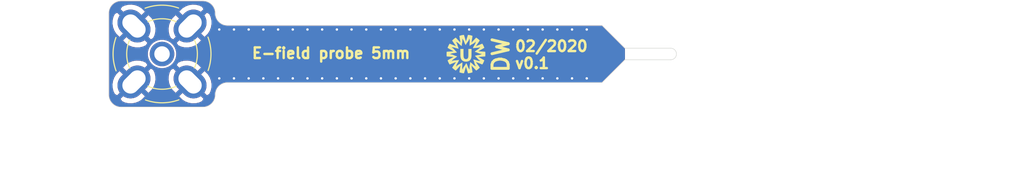
<source format=kicad_pcb>
(kicad_pcb (version 20171130) (host pcbnew "(5.1.5)-3")

  (general
    (thickness 1)
    (drawings 26)
    (tracks 53)
    (zones 0)
    (modules 2)
    (nets 3)
  )

  (page A4)
  (layers
    (0 F.Cu signal)
    (1 In1.Cu signal)
    (2 In2.Cu signal)
    (31 B.Cu signal)
    (32 B.Adhes user)
    (33 F.Adhes user)
    (34 B.Paste user)
    (35 F.Paste user)
    (36 B.SilkS user)
    (37 F.SilkS user)
    (38 B.Mask user)
    (39 F.Mask user)
    (40 Dwgs.User user)
    (41 Cmts.User user)
    (42 Eco1.User user)
    (43 Eco2.User user)
    (44 Edge.Cuts user)
    (45 Margin user)
    (46 B.CrtYd user)
    (47 F.CrtYd user)
    (48 B.Fab user hide)
    (49 F.Fab user hide)
  )

  (setup
    (last_trace_width 0.706149)
    (user_trace_width 0.23495)
    (trace_clearance 0.1)
    (zone_clearance 0)
    (zone_45_only no)
    (trace_min 0.2)
    (via_size 0.8)
    (via_drill 0.4)
    (via_min_size 0.4)
    (via_min_drill 0.3)
    (uvia_size 0.3)
    (uvia_drill 0.1)
    (uvias_allowed no)
    (uvia_min_size 0.2)
    (uvia_min_drill 0.1)
    (edge_width 0.05)
    (segment_width 0.2)
    (pcb_text_width 0.3)
    (pcb_text_size 1.5 1.5)
    (mod_edge_width 0.12)
    (mod_text_size 1 1)
    (mod_text_width 0.15)
    (pad_size 2.54 2.54)
    (pad_drill 1.6)
    (pad_to_mask_clearance 0.051)
    (solder_mask_min_width 0.25)
    (aux_axis_origin 0 0)
    (visible_elements 7FFFFF7F)
    (pcbplotparams
      (layerselection 0x010fc_ffffffff)
      (usegerberextensions false)
      (usegerberattributes false)
      (usegerberadvancedattributes false)
      (creategerberjobfile false)
      (excludeedgelayer true)
      (linewidth 0.100000)
      (plotframeref false)
      (viasonmask false)
      (mode 1)
      (useauxorigin false)
      (hpglpennumber 1)
      (hpglpenspeed 20)
      (hpglpendiameter 15.000000)
      (psnegative false)
      (psa4output false)
      (plotreference true)
      (plotvalue true)
      (plotinvisibletext false)
      (padsonsilk false)
      (subtractmaskfromsilk false)
      (outputformat 1)
      (mirror false)
      (drillshape 1)
      (scaleselection 1)
      (outputdirectory ""))
  )

  (net 0 "")
  (net 1 "Net-(J1-Pad1)")
  (net 2 GND)

  (net_class Default "This is the default net class."
    (clearance 0.1)
    (trace_width 0.706149)
    (via_dia 0.8)
    (via_drill 0.4)
    (uvia_dia 0.3)
    (uvia_drill 0.1)
    (add_net GND)
    (add_net "Net-(J1-Pad1)")
  )

  (module _Custom:UMC_logo_4mm (layer F.Cu) (tedit 0) (tstamp 5E58F441)
    (at 142.31 96.28)
    (fp_text reference G*** (at 0 0) (layer F.SilkS) hide
      (effects (font (size 1.524 1.524) (thickness 0.3)))
    )
    (fp_text value LOGO (at 0.75 0) (layer F.SilkS) hide
      (effects (font (size 1.524 1.524) (thickness 0.3)))
    )
    (fp_poly (pts (xy -0.257071 -0.169591) (xy -0.25704 -0.116215) (xy -0.256957 -0.065342) (xy -0.256825 -0.017315)
      (xy -0.256647 0.027523) (xy -0.256425 0.068829) (xy -0.256161 0.106261) (xy -0.255859 0.139476)
      (xy -0.255522 0.16813) (xy -0.255151 0.191882) (xy -0.254749 0.210387) (xy -0.25432 0.223304)
      (xy -0.253972 0.22922) (xy -0.247621 0.280915) (xy -0.237865 0.32773) (xy -0.224612 0.370017)
      (xy -0.207769 0.40813) (xy -0.206923 0.409757) (xy -0.193536 0.431169) (xy -0.176277 0.452534)
      (xy -0.15658 0.472411) (xy -0.13588 0.489361) (xy -0.115612 0.501943) (xy -0.114596 0.502451)
      (xy -0.08209 0.515266) (xy -0.04673 0.523441) (xy -0.009767 0.526975) (xy 0.027549 0.525867)
      (xy 0.063967 0.520117) (xy 0.098235 0.509724) (xy 0.11461 0.502573) (xy 0.134586 0.490462)
      (xy 0.155116 0.473893) (xy 0.17479 0.454284) (xy 0.1922 0.433052) (xy 0.205934 0.411613)
      (xy 0.206924 0.409757) (xy 0.223432 0.373284) (xy 0.236461 0.333357) (xy 0.24617 0.289366)
      (xy 0.252715 0.2407) (xy 0.253879 0.227693) (xy 0.254392 0.218101) (xy 0.254867 0.202576)
      (xy 0.255302 0.181382) (xy 0.255695 0.154779) (xy 0.256045 0.123032) (xy 0.256348 0.086402)
      (xy 0.256603 0.045151) (xy 0.256807 -0.000457) (xy 0.256959 -0.05016) (xy 0.257056 -0.103696)
      (xy 0.257097 -0.160802) (xy 0.257098 -0.172364) (xy 0.257098 -0.53278) (xy 0.573466 -0.53278)
      (xy 0.57214 -0.155652) (xy 0.57193 -0.09717) (xy 0.571725 -0.044508) (xy 0.571512 0.00271)
      (xy 0.571278 0.044858) (xy 0.571012 0.082313) (xy 0.5707 0.115449) (xy 0.57033 0.144641)
      (xy 0.569889 0.170266) (xy 0.569366 0.192698) (xy 0.568747 0.212312) (xy 0.568019 0.229484)
      (xy 0.567172 0.244589) (xy 0.566191 0.258003) (xy 0.565064 0.2701) (xy 0.56378 0.281256)
      (xy 0.562325 0.291847) (xy 0.560686 0.302247) (xy 0.558852 0.312832) (xy 0.556809 0.323977)
      (xy 0.555994 0.328342) (xy 0.541821 0.390316) (xy 0.523365 0.4479) (xy 0.500667 0.501049)
      (xy 0.473767 0.54972) (xy 0.442708 0.593868) (xy 0.407529 0.63345) (xy 0.368271 0.668421)
      (xy 0.324976 0.698739) (xy 0.277685 0.724358) (xy 0.226437 0.745235) (xy 0.171276 0.761325)
      (xy 0.147927 0.766451) (xy 0.099623 0.77471) (xy 0.053105 0.779602) (xy 0.005901 0.781304)
      (xy -0.041817 0.780129) (xy -0.062237 0.778678) (xy -0.085403 0.776353) (xy -0.108005 0.773514)
      (xy -0.121766 0.771408) (xy -0.18099 0.758725) (xy -0.236078 0.741432) (xy -0.287023 0.719536)
      (xy -0.333815 0.693044) (xy -0.376449 0.661965) (xy -0.414917 0.626307) (xy -0.44921 0.586077)
      (xy -0.479322 0.541283) (xy -0.505245 0.491932) (xy -0.526971 0.438034) (xy -0.544492 0.379595)
      (xy -0.557382 0.319049) (xy -0.559326 0.307814) (xy -0.561073 0.297298) (xy -0.562635 0.287124)
      (xy -0.564023 0.276913) (xy -0.56525 0.266285) (xy -0.566327 0.254864) (xy -0.567265 0.242269)
      (xy -0.568078 0.228123) (xy -0.568776 0.212047) (xy -0.569372 0.193662) (xy -0.569876 0.17259)
      (xy -0.570301 0.148451) (xy -0.570659 0.120869) (xy -0.570962 0.089463) (xy -0.571221 0.053856)
      (xy -0.571447 0.013669) (xy -0.571654 -0.031478) (xy -0.571852 -0.081961) (xy -0.572053 -0.138161)
      (xy -0.572109 -0.154103) (xy -0.573425 -0.53278) (xy -0.257097 -0.53278) (xy -0.257071 -0.169591)) (layer F.SilkS) (width 0.01))
    (fp_poly (pts (xy 0.212034 -1.990841) (xy 0.220271 -1.990112) (xy 0.232459 -1.988823) (xy 0.247504 -1.987103)
      (xy 0.264312 -1.985083) (xy 0.281787 -1.982893) (xy 0.298835 -1.980662) (xy 0.314362 -1.97852)
      (xy 0.320598 -1.977614) (xy 0.365421 -1.970209) (xy 0.412453 -1.961036) (xy 0.46038 -1.950426)
      (xy 0.507888 -1.93871) (xy 0.553664 -1.926218) (xy 0.596394 -1.913281) (xy 0.634764 -1.900229)
      (xy 0.648257 -1.895182) (xy 0.66 -1.890566) (xy 0.667029 -1.887252) (xy 0.670413 -1.884324)
      (xy 0.671222 -1.880866) (xy 0.670548 -1.876087) (xy 0.669637 -1.870592) (xy 0.667908 -1.859637)
      (xy 0.665435 -1.84369) (xy 0.662287 -1.823222) (xy 0.658535 -1.7987) (xy 0.654249 -1.770594)
      (xy 0.649501 -1.739373) (xy 0.64436 -1.705505) (xy 0.638898 -1.66946) (xy 0.633186 -1.631707)
      (xy 0.627294 -1.592715) (xy 0.621292 -1.552952) (xy 0.615252 -1.512887) (xy 0.609243 -1.472991)
      (xy 0.603338 -1.43373) (xy 0.597605 -1.395576) (xy 0.592117 -1.358996) (xy 0.586944 -1.324459)
      (xy 0.582156 -1.292435) (xy 0.577824 -1.263392) (xy 0.574019 -1.2378) (xy 0.570811 -1.216127)
      (xy 0.568272 -1.198842) (xy 0.566471 -1.186415) (xy 0.56548 -1.179314) (xy 0.565306 -1.177763)
      (xy 0.567419 -1.179898) (xy 0.573411 -1.186239) (xy 0.58296 -1.196438) (xy 0.595745 -1.210146)
      (xy 0.611443 -1.227016) (xy 0.629733 -1.246699) (xy 0.650293 -1.268848) (xy 0.6728 -1.293116)
      (xy 0.696934 -1.319153) (xy 0.722373 -1.346613) (xy 0.748793 -1.375147) (xy 0.775875 -1.404407)
      (xy 0.803295 -1.434046) (xy 0.830732 -1.463716) (xy 0.857865 -1.493068) (xy 0.884371 -1.521755)
      (xy 0.909928 -1.549429) (xy 0.934215 -1.575742) (xy 0.956909 -1.600347) (xy 0.97769 -1.622894)
      (xy 0.996235 -1.643037) (xy 1.012221 -1.660428) (xy 1.025329 -1.674718) (xy 1.035235 -1.68556)
      (xy 1.041618 -1.692606) (xy 1.04233 -1.693402) (xy 1.051622 -1.703819) (xy 1.083864 -1.683529)
      (xy 1.140413 -1.646568) (xy 1.195028 -1.608172) (xy 1.246123 -1.569478) (xy 1.273098 -1.547698)
      (xy 1.291517 -1.532181) (xy 1.310656 -1.515593) (xy 1.329944 -1.498471) (xy 1.34881 -1.481354)
      (xy 1.366684 -1.46478) (xy 1.382996 -1.449287) (xy 1.397175 -1.435414) (xy 1.40865 -1.423699)
      (xy 1.416852 -1.414681) (xy 1.42121 -1.408897) (xy 1.421769 -1.407397) (xy 1.420054 -1.404543)
      (xy 1.415059 -1.396899) (xy 1.407003 -1.384788) (xy 1.396104 -1.368534) (xy 1.382579 -1.348458)
      (xy 1.366649 -1.324883) (xy 1.348531 -1.298133) (xy 1.328444 -1.26853) (xy 1.306607 -1.236397)
      (xy 1.283237 -1.202057) (xy 1.258554 -1.165832) (xy 1.232777 -1.128046) (xy 1.220779 -1.110475)
      (xy 1.194598 -1.072127) (xy 1.169422 -1.035222) (xy 1.145469 -1.000082) (xy 1.122956 -0.967026)
      (xy 1.1021 -0.936376) (xy 1.083119 -0.90845) (xy 1.066231 -0.883569) (xy 1.051652 -0.862053)
      (xy 1.0396 -0.844223) (xy 1.030293 -0.830398) (xy 1.023948 -0.820899) (xy 1.020782 -0.816046)
      (xy 1.020453 -0.815462) (xy 1.023359 -0.816481) (xy 1.031665 -0.819641) (xy 1.045011 -0.824801)
      (xy 1.063037 -0.83182) (xy 1.085383 -0.840555) (xy 1.111691 -0.850868) (xy 1.1416 -0.862615)
      (xy 1.174751 -0.875656) (xy 1.210784 -0.889849) (xy 1.249339 -0.905054) (xy 1.290057 -0.92113)
      (xy 1.332578 -0.937934) (xy 1.353708 -0.94629) (xy 1.396986 -0.963384) (xy 1.438652 -0.97979)
      (xy 1.478345 -0.995369) (xy 1.515704 -1.009981) (xy 1.550369 -1.023486) (xy 1.581977 -1.035745)
      (xy 1.610169 -1.046619) (xy 1.634583 -1.055969) (xy 1.654858 -1.063654) (xy 1.670634 -1.069536)
      (xy 1.681549 -1.073475) (xy 1.687242 -1.075331) (xy 1.688015 -1.075441) (xy 1.692968 -1.067972)
      (xy 1.700351 -1.056303) (xy 1.709466 -1.041582) (xy 1.719618 -1.024958) (xy 1.73011 -1.00758)
      (xy 1.740248 -0.990595) (xy 1.749335 -0.975154) (xy 1.756674 -0.962404) (xy 1.758754 -0.958695)
      (xy 1.773186 -0.931819) (xy 1.788793 -0.901223) (xy 1.804832 -0.868478) (xy 1.820557 -0.835154)
      (xy 1.835225 -0.802821) (xy 1.848092 -0.773049) (xy 1.856364 -0.752707) (xy 1.864926 -0.730526)
      (xy 1.872774 -0.709558) (xy 1.879647 -0.690556) (xy 1.885285 -0.674272) (xy 1.889427 -0.661458)
      (xy 1.891815 -0.652867) (xy 1.892186 -0.649251) (xy 1.892156 -0.649221) (xy 1.889281 -0.647509)
      (xy 1.881751 -0.643137) (xy 1.870285 -0.63652) (xy 1.855606 -0.628075) (xy 1.838435 -0.618217)
      (xy 1.821262 -0.608375) (xy 1.787248 -0.588878) (xy 1.751679 -0.568457) (xy 1.714932 -0.547332)
      (xy 1.677385 -0.52572) (xy 1.639416 -0.50384) (xy 1.601402 -0.481912) (xy 1.563721 -0.460153)
      (xy 1.52675 -0.438783) (xy 1.490867 -0.41802) (xy 1.456449 -0.398084) (xy 1.423874 -0.379192)
      (xy 1.393519 -0.361564) (xy 1.365761 -0.345418) (xy 1.34098 -0.330972) (xy 1.319551 -0.318447)
      (xy 1.301852 -0.30806) (xy 1.288262 -0.30003) (xy 1.279156 -0.294575) (xy 1.274914 -0.291916)
      (xy 1.274647 -0.291686) (xy 1.277862 -0.291242) (xy 1.286595 -0.290414) (xy 1.300184 -0.289256)
      (xy 1.317966 -0.287821) (xy 1.339279 -0.286162) (xy 1.363462 -0.284333) (xy 1.389852 -0.282385)
      (xy 1.399073 -0.281716) (xy 1.432259 -0.279315) (xy 1.469853 -0.276594) (xy 1.510083 -0.27368)
      (xy 1.551178 -0.270703) (xy 1.591368 -0.267791) (xy 1.628882 -0.265071) (xy 1.652549 -0.263354)
      (xy 1.684689 -0.261025) (xy 1.718622 -0.25857) (xy 1.753011 -0.256086) (xy 1.786523 -0.253668)
      (xy 1.817821 -0.251414) (xy 1.845571 -0.24942) (xy 1.86783 -0.247824) (xy 1.89118 -0.246132)
      (xy 1.913395 -0.24448) (xy 1.933456 -0.242947) (xy 1.950348 -0.241612) (xy 1.963054 -0.240553)
      (xy 1.970372 -0.239871) (xy 1.987732 -0.238009) (xy 1.992839 -0.189474) (xy 1.998323 -0.127192)
      (xy 2.001808 -0.06442) (xy 2.003233 -0.002997) (xy 2.002538 0.055243) (xy 2.001605 0.078214)
      (xy 2.000366 0.100319) (xy 1.998846 0.12327) (xy 1.997125 0.146202) (xy 1.995283 0.168246)
      (xy 1.993402 0.188538) (xy 1.991563 0.20621) (xy 1.989846 0.220396) (xy 1.988332 0.23023)
      (xy 1.987102 0.234845) (xy 1.986984 0.235001) (xy 1.983711 0.235521) (xy 1.97501 0.236422)
      (xy 1.961632 0.237639) (xy 1.944328 0.239108) (xy 1.923848 0.240763) (xy 1.900943 0.242541)
      (xy 1.888855 0.243452) (xy 1.860965 0.245537) (xy 1.831492 0.247743) (xy 1.801982 0.249955)
      (xy 1.773985 0.252056) (xy 1.749046 0.25393) (xy 1.728713 0.255462) (xy 1.728439 0.255482)
      (xy 1.710063 0.256865) (xy 1.690551 0.258325) (xy 1.669386 0.259901) (xy 1.646052 0.26163)
      (xy 1.62003 0.26355) (xy 1.590804 0.2657) (xy 1.557855 0.268118) (xy 1.520667 0.270841)
      (xy 1.478723 0.273908) (xy 1.431505 0.277356) (xy 1.392354 0.280214) (xy 1.36684 0.282084)
      (xy 1.343111 0.283838) (xy 1.32192 0.285421) (xy 1.304019 0.286775) (xy 1.290162 0.287844)
      (xy 1.281099 0.28857) (xy 1.277744 0.288873) (xy 1.277833 0.290578) (xy 1.283188 0.294945)
      (xy 1.293564 0.301807) (xy 1.308718 0.310997) (xy 1.318013 0.316414) (xy 1.338124 0.328003)
      (xy 1.362248 0.341889) (xy 1.389813 0.357746) (xy 1.420251 0.375246) (xy 1.452991 0.394062)
      (xy 1.487463 0.413867) (xy 1.523097 0.434333) (xy 1.559322 0.455135) (xy 1.59557 0.475943)
      (xy 1.63127 0.496432) (xy 1.665852 0.516273) (xy 1.698746 0.53514) (xy 1.729382 0.552706)
      (xy 1.757191 0.568643) (xy 1.781601 0.582624) (xy 1.802043 0.594322) (xy 1.817947 0.60341)
      (xy 1.823589 0.606628) (xy 1.842243 0.617368) (xy 1.858984 0.627222) (xy 1.873095 0.635748)
      (xy 1.883857 0.642507) (xy 1.890553 0.647059) (xy 1.89251 0.648873) (xy 1.891476 0.653744)
      (xy 1.888456 0.663446) (xy 1.88379 0.677067) (xy 1.877818 0.693697) (xy 1.870877 0.712424)
      (xy 1.863308 0.732337) (xy 1.85545 0.752524) (xy 1.847641 0.772075) (xy 1.840221 0.790077)
      (xy 1.838123 0.795036) (xy 1.824557 0.825885) (xy 1.809268 0.858953) (xy 1.793034 0.892663)
      (xy 1.776628 0.925437) (xy 1.760827 0.955699) (xy 1.746405 0.981872) (xy 1.745387 0.98365)
      (xy 1.737597 0.996924) (xy 1.728751 1.011533) (xy 1.719449 1.026541) (xy 1.71029 1.041013)
      (xy 1.701873 1.054012) (xy 1.694796 1.064605) (xy 1.68966 1.071855) (xy 1.687063 1.074828)
      (xy 1.686967 1.074854) (xy 1.683967 1.073741) (xy 1.675567 1.070497) (xy 1.662128 1.065265)
      (xy 1.644012 1.058186) (xy 1.621582 1.049402) (xy 1.5952 1.039056) (xy 1.565227 1.027289)
      (xy 1.532027 1.014245) (xy 1.495961 1.000065) (xy 1.457391 0.98489) (xy 1.416679 0.968864)
      (xy 1.374189 0.952129) (xy 1.355093 0.944605) (xy 1.311946 0.927616) (xy 1.270423 0.911293)
      (xy 1.230884 0.895776) (xy 1.193691 0.881207) (xy 1.159207 0.867727) (xy 1.127793 0.855475)
      (xy 1.099811 0.844592) (xy 1.075622 0.835221) (xy 1.055588 0.827501) (xy 1.040072 0.821573)
      (xy 1.029434 0.817578) (xy 1.024036 0.815657) (xy 1.023415 0.815505) (xy 1.024979 0.818158)
      (xy 1.02983 0.825599) (xy 1.037752 0.837507) (xy 1.048526 0.853562) (xy 1.061936 0.873444)
      (xy 1.077765 0.896831) (xy 1.095794 0.923404) (xy 1.115806 0.952842) (xy 1.137585 0.984824)
      (xy 1.160913 1.01903) (xy 1.185573 1.055139) (xy 1.211346 1.092831) (xy 1.22341 1.110457)
      (xy 1.424555 1.404261) (xy 1.415534 1.415651) (xy 1.40985 1.421968) (xy 1.400254 1.431675)
      (xy 1.387496 1.444075) (xy 1.372325 1.458476) (xy 1.355489 1.474184) (xy 1.337738 1.490505)
      (xy 1.31982 1.506745) (xy 1.302484 1.522211) (xy 1.28648 1.536209) (xy 1.273098 1.547592)
      (xy 1.251949 1.564783) (xy 1.228228 1.583273) (xy 1.20284 1.602418) (xy 1.176693 1.621575)
      (xy 1.150692 1.640098) (xy 1.125743 1.657344) (xy 1.102753 1.672667) (xy 1.082626 1.685425)
      (xy 1.06627 1.694971) (xy 1.064584 1.695881) (xy 1.053036 1.702043) (xy 1.046134 1.693724)
      (xy 1.042357 1.689435) (xy 1.034826 1.681123) (xy 1.023867 1.669135) (xy 1.0098 1.65382)
      (xy 0.992949 1.635525) (xy 0.973638 1.614597) (xy 0.952188 1.591385) (xy 0.928923 1.566236)
      (xy 0.904165 1.539498) (xy 0.878238 1.511519) (xy 0.851464 1.482645) (xy 0.824167 1.453226)
      (xy 0.796668 1.423608) (xy 0.769291 1.394139) (xy 0.74236 1.365168) (xy 0.716196 1.337041)
      (xy 0.691122 1.310106) (xy 0.667462 1.284711) (xy 0.645538 1.261204) (xy 0.625674 1.239933)
      (xy 0.608191 1.221245) (xy 0.593414 1.205487) (xy 0.581664 1.193008) (xy 0.573266 1.184155)
      (xy 0.56854 1.179276) (xy 0.567592 1.178401) (xy 0.567939 1.181494) (xy 0.569152 1.190243)
      (xy 0.571161 1.204179) (xy 0.573894 1.222834) (xy 0.57728 1.24574) (xy 0.581249 1.272427)
      (xy 0.585729 1.302428) (xy 0.59065 1.335275) (xy 0.595941 1.370498) (xy 0.601531 1.40763)
      (xy 0.607348 1.446203) (xy 0.613322 1.485747) (xy 0.619383 1.525795) (xy 0.625458 1.565879)
      (xy 0.631478 1.605529) (xy 0.637371 1.644278) (xy 0.643066 1.681657) (xy 0.648493 1.717198)
      (xy 0.65358 1.750433) (xy 0.658256 1.780892) (xy 0.662452 1.808109) (xy 0.666094 1.831614)
      (xy 0.669114 1.850939) (xy 0.67144 1.865616) (xy 0.673 1.875176) (xy 0.673688 1.879002)
      (xy 0.67377 1.881412) (xy 0.672348 1.883689) (xy 0.668679 1.886177) (xy 0.662019 1.889218)
      (xy 0.651626 1.893158) (xy 0.636756 1.898339) (xy 0.618686 1.904429) (xy 0.538312 1.92964)
      (xy 0.460766 1.950444) (xy 0.384821 1.967119) (xy 0.309249 1.979943) (xy 0.254179 1.98697)
      (xy 0.238901 1.988605) (xy 0.22604 1.98988) (xy 0.21674 1.990688) (xy 0.212146 1.990925)
      (xy 0.211862 1.990878) (xy 0.210883 1.987886) (xy 0.208203 1.979342) (xy 0.203935 1.965615)
      (xy 0.198194 1.947076) (xy 0.191094 1.924095) (xy 0.182749 1.897043) (xy 0.173274 1.866289)
      (xy 0.162781 1.832205) (xy 0.151386 1.795161) (xy 0.139202 1.755526) (xy 0.126344 1.713672)
      (xy 0.112926 1.669968) (xy 0.106447 1.648854) (xy 0.092804 1.604453) (xy 0.079652 1.561762)
      (xy 0.067105 1.521149) (xy 0.055279 1.48298) (xy 0.044287 1.447622) (xy 0.034246 1.415444)
      (xy 0.02527 1.386812) (xy 0.017474 1.362092) (xy 0.010973 1.341654) (xy 0.005881 1.325863)
      (xy 0.002315 1.315087) (xy 0.000389 1.309693) (xy 0.000081 1.309123) (xy -0.001021 1.312235)
      (xy -0.003819 1.320899) (xy -0.008197 1.334742) (xy -0.01404 1.353392) (xy -0.021231 1.376475)
      (xy -0.029657 1.40362) (xy -0.039201 1.434454) (xy -0.049747 1.468603) (xy -0.061182 1.505696)
      (xy -0.073388 1.54536) (xy -0.086251 1.587221) (xy -0.099655 1.630908) (xy -0.105645 1.650451)
      (xy -0.123819 1.70966) (xy -0.140258 1.762998) (xy -0.154986 1.810535) (xy -0.168025 1.852344)
      (xy -0.179396 1.888493) (xy -0.189124 1.919053) (xy -0.197229 1.944094) (xy -0.203734 1.963688)
      (xy -0.208663 1.977904) (xy -0.212036 1.986813) (xy -0.213878 1.990485) (xy -0.21406 1.990597)
      (xy -0.21916 1.990448) (xy -0.228418 1.989662) (xy -0.239845 1.988407) (xy -0.240061 1.988381)
      (xy -0.335621 1.974822) (xy -0.426237 1.95791) (xy -0.512214 1.93758) (xy -0.583016 1.91721)
      (xy -0.608961 1.908854) (xy -0.631049 1.901268) (xy -0.648845 1.89462) (xy -0.661915 1.889082)
      (xy -0.669824 1.884824) (xy -0.67217 1.882237) (xy -0.671712 1.878754) (xy -0.670377 1.869538)
      (xy -0.668225 1.854981) (xy -0.665314 1.835474) (xy -0.661703 1.811409) (xy -0.657452 1.783177)
      (xy -0.652619 1.75117) (xy -0.647264 1.715779) (xy -0.641446 1.677395) (xy -0.635223 1.636411)
      (xy -0.628655 1.593217) (xy -0.621801 1.548205) (xy -0.619523 1.533259) (xy -0.612584 1.487698)
      (xy -0.605913 1.443801) (xy -0.599568 1.40196) (xy -0.593609 1.36257) (xy -0.588094 1.326026)
      (xy -0.583083 1.29272) (xy -0.578635 1.263048) (xy -0.574809 1.237404) (xy -0.571665 1.216182)
      (xy -0.569261 1.199776) (xy -0.567657 1.18858) (xy -0.566912 1.182988) (xy -0.566864 1.182449)
      (xy -0.568914 1.183934) (xy -0.574892 1.189704) (xy -0.584536 1.199479) (xy -0.597581 1.212982)
      (xy -0.613766 1.229934) (xy -0.632828 1.250057) (xy -0.654504 1.273072) (xy -0.678532 1.298701)
      (xy -0.704647 1.326666) (xy -0.732589 1.356688) (xy -0.762093 1.388489) (xy -0.792897 1.42179)
      (xy -0.796422 1.425607) (xy -0.827415 1.459166) (xy -0.857421 1.491641) (xy -0.88615 1.52272)
      (xy -0.913311 1.552089) (xy -0.938613 1.579434) (xy -0.961768 1.604443) (xy -0.982483 1.626801)
      (xy -1.000469 1.646194) (xy -1.015435 1.66231) (xy -1.027091 1.674835) (xy -1.035146 1.683455)
      (xy -1.03931 1.687856) (xy -1.039444 1.687993) (xy -1.043862 1.692676) (xy -1.047453 1.696188)
      (xy -1.050928 1.69828) (xy -1.054999 1.698701) (xy -1.060376 1.697204) (xy -1.067771 1.693536)
      (xy -1.077893 1.687449) (xy -1.091454 1.678693) (xy -1.109165 1.667019) (xy -1.120601 1.659481)
      (xy -1.163949 1.630221) (xy -1.20403 1.601481) (xy -1.243145 1.571554) (xy -1.283591 1.538728)
      (xy -1.288585 1.534562) (xy -1.305357 1.520265) (xy -1.322983 1.504768) (xy -1.340854 1.488652)
      (xy -1.358362 1.472498) (xy -1.374901 1.456888) (xy -1.389861 1.442403) (xy -1.402636 1.429624)
      (xy -1.412616 1.419133) (xy -1.419196 1.411511) (xy -1.421766 1.407338) (xy -1.42178 1.407174)
      (xy -1.420064 1.40405) (xy -1.415062 1.396144) (xy -1.406995 1.383783) (xy -1.396081 1.367292)
      (xy -1.382541 1.346999) (xy -1.366593 1.323229) (xy -1.348458 1.29631) (xy -1.328354 1.266566)
      (xy -1.306503 1.234325) (xy -1.283123 1.199913) (xy -1.258434 1.163656) (xy -1.232655 1.125881)
      (xy -1.221714 1.109873) (xy -1.195587 1.071638) (xy -1.170475 1.034841) (xy -1.146594 0.999804)
      (xy -1.124164 0.966848) (xy -1.1034 0.936294) (xy -1.084522 0.908464) (xy -1.067746 0.883678)
      (xy -1.053291 0.86226) (xy -1.041374 0.844529) (xy -1.032212 0.830807) (xy -1.026023 0.821415)
      (xy -1.023025 0.816675) (xy -1.022771 0.816147) (xy -1.025793 0.817013) (xy -1.03398 0.819943)
      (xy -1.046741 0.824711) (xy -1.063486 0.83109) (xy -1.083625 0.838856) (xy -1.106565 0.847782)
      (xy -1.131717 0.857641) (xy -1.14927 0.864561) (xy -1.178164 0.875975) (xy -1.207423 0.887532)
      (xy -1.236072 0.898845) (xy -1.263138 0.909531) (xy -1.287645 0.919205) (xy -1.30862 0.927482)
      (xy -1.325089 0.933977) (xy -1.328853 0.935461) (xy -1.34265 0.940902) (xy -1.361391 0.9483)
      (xy -1.38426 0.957332) (xy -1.410442 0.967676) (xy -1.439119 0.979008) (xy -1.469477 0.991008)
      (xy -1.500698 1.003351) (xy -1.531967 1.015716) (xy -1.534841 1.016853) (xy -1.686621 1.076882)
      (xy -1.704832 1.048924) (xy -1.724597 1.017256) (xy -1.745631 0.981178) (xy -1.767178 0.942138)
      (xy -1.788484 0.901579) (xy -1.80879 0.860948) (xy -1.827342 0.82169) (xy -1.843384 0.785251)
      (xy -1.845974 0.779037) (xy -1.851735 0.764728) (xy -1.858204 0.74809) (xy -1.865015 0.730129)
      (xy -1.871802 0.71185) (xy -1.878201 0.694257) (xy -1.883846 0.678356) (xy -1.888372 0.66515)
      (xy -1.891413 0.655646) (xy -1.892605 0.650848) (xy -1.892609 0.650723) (xy -1.889977 0.648881)
      (xy -1.882305 0.644155) (xy -1.869927 0.636742) (xy -1.853179 0.626837) (xy -1.832397 0.614635)
      (xy -1.807917 0.600332) (xy -1.780073 0.584122) (xy -1.749201 0.566202) (xy -1.715637 0.546768)
      (xy -1.679715 0.526013) (xy -1.641772 0.504135) (xy -1.602143 0.481327) (xy -1.583225 0.470455)
      (xy -1.529654 0.439641) (xy -1.48143 0.411825) (xy -1.438499 0.386971) (xy -1.400802 0.365047)
      (xy -1.368285 0.346019) (xy -1.340892 0.329856) (xy -1.318565 0.316522) (xy -1.301249 0.305986)
      (xy -1.288888 0.298214) (xy -1.281426 0.293173) (xy -1.278806 0.290829) (xy -1.278889 0.290665)
      (xy -1.282588 0.290176) (xy -1.29207 0.289277) (xy -1.306939 0.288) (xy -1.326799 0.286374)
      (xy -1.351254 0.28443) (xy -1.379907 0.282199) (xy -1.412363 0.279711) (xy -1.448226 0.276997)
      (xy -1.487099 0.274087) (xy -1.528586 0.271012) (xy -1.57229 0.267802) (xy -1.617817 0.264488)
      (xy -1.633963 0.26332) (xy -1.679957 0.25998) (xy -1.724218 0.256733) (xy -1.766356 0.253609)
      (xy -1.805977 0.250639) (xy -1.842692 0.247854) (xy -1.876108 0.245283) (xy -1.905834 0.242958)
      (xy -1.931478 0.240908) (xy -1.95265 0.239165) (xy -1.968957 0.237758) (xy -1.980008 0.236718)
      (xy -1.985411 0.236076) (xy -1.985898 0.235948) (xy -1.987092 0.231918) (xy -1.988659 0.222457)
      (xy -1.990511 0.208312) (xy -1.992562 0.190228) (xy -1.994724 0.168952) (xy -1.996909 0.145232)
      (xy -1.997941 0.133195) (xy -2.000685 0.092385) (xy -2.00247 0.048239) (xy -2.002519 0.04539)
      (xy -1.650008 0.04539) (xy -1.64662 0.045284) (xy -1.639039 0.043779) (xy -1.630532 0.041631)
      (xy -1.613913 0.038347) (xy -1.592836 0.036074) (xy -1.568963 0.034849) (xy -1.543954 0.034708)
      (xy -1.519469 0.035685) (xy -1.49717 0.037818) (xy -1.491475 0.038637) (xy -1.4725 0.041932)
      (xy -1.453501 0.045938) (xy -1.433878 0.050863) (xy -1.413031 0.056915) (xy -1.390357 0.064301)
      (xy -1.365257 0.073229) (xy -1.33713 0.083907) (xy -1.305375 0.096543) (xy -1.269391 0.111344)
      (xy -1.228578 0.128518) (xy -1.215792 0.133956) (xy -1.172597 0.152154) (xy -1.134239 0.167838)
      (xy -1.100008 0.181257) (xy -1.069195 0.192657) (xy -1.04109 0.202286) (xy -1.014983 0.210389)
      (xy -0.990166 0.217215) (xy -0.965929 0.223011) (xy -0.951003 0.226171) (xy -0.937644 0.228941)
      (xy -0.92675 0.231336) (xy -0.919619 0.233062) (xy -0.917502 0.233758) (xy -0.918725 0.236632)
      (xy -0.923538 0.242972) (xy -0.93113 0.251889) (xy -0.940688 0.262489) (xy -0.951399 0.273883)
      (xy -0.962452 0.285179) (xy -0.973032 0.295486) (xy -0.97789 0.299989) (xy -0.99202 0.312513)
      (xy -1.006785 0.324961) (xy -1.022772 0.337763) (xy -1.04057 0.351351) (xy -1.060763 0.366157)
      (xy -1.083939 0.382613) (xy -1.110685 0.401148) (xy -1.141588 0.422196) (xy -1.171309 0.442215)
      (xy -1.207759 0.466797) (xy -1.239463 0.488487) (xy -1.266922 0.50768) (xy -1.29064 0.524775)
      (xy -1.311119 0.540167) (xy -1.328863 0.554255) (xy -1.344372 0.567435) (xy -1.358152 0.580104)
      (xy -1.370703 0.592659) (xy -1.382529 0.605497) (xy -1.392092 0.616579) (xy -1.412132 0.642408)
      (xy -1.430204 0.669641) (xy -1.445609 0.697014) (xy -1.457647 0.723269) (xy -1.465616 0.747144)
      (xy -1.466407 0.750396) (xy -1.467061 0.754235) (xy -1.466186 0.755625) (xy -1.462934 0.754214)
      (xy -1.456458 0.749648) (xy -1.446713 0.742195) (xy -1.415583 0.720689) (xy -1.382163 0.702724)
      (xy -1.345581 0.687949) (xy -1.304959 0.676013) (xy -1.259426 0.666563) (xy -1.257609 0.666253)
      (xy -1.24062 0.663534) (xy -1.223259 0.661137) (xy -1.204759 0.658997) (xy -1.18435 0.657051)
      (xy -1.161262 0.655238) (xy -1.134726 0.653493) (xy -1.103972 0.651754) (xy -1.068231 0.649958)
      (xy -1.045426 0.648889) (xy -0.990907 0.646073) (xy -0.942084 0.64287) (xy -0.898469 0.639223)
      (xy -0.859572 0.635075) (xy -0.824902 0.630368) (xy -0.793972 0.625044) (xy -0.76629 0.619045)
      (xy -0.745737 0.613601) (xy -0.73476 0.610582) (xy -0.72844 0.609405) (xy -0.725542 0.609999)
      (xy -0.724829 0.612293) (xy -0.724829 0.612399) (xy -0.72577 0.616937) (xy -0.728361 0.626167)
      (xy -0.732249 0.638917) (xy -0.737084 0.654016) (xy -0.739377 0.660967) (xy -0.751251 0.692961)
      (xy -0.766827 0.728918) (xy -0.785751 0.768118) (xy -0.807668 0.809842) (xy -0.832222 0.85337)
      (xy -0.844132 0.873512) (xy -0.867711 0.913036) (xy -0.888221 0.947918) (xy -0.905956 0.978718)
      (xy -0.921207 1.006001) (xy -0.934267 1.030328) (xy -0.945426 1.052261) (xy -0.954978 1.072363)
      (xy -0.963214 1.091196) (xy -0.970427 1.109322) (xy -0.976907 1.127303) (xy -0.978714 1.132638)
      (xy -0.989308 1.168333) (xy -0.99612 1.201436) (xy -0.999463 1.234006) (xy -0.99965 1.268101)
      (xy -0.999578 1.27) (xy -0.998681 1.289743) (xy -0.997639 1.303595) (xy -0.996173 1.311863)
      (xy -0.994003 1.31485) (xy -0.990849 1.312861) (xy -0.986432 1.306198) (xy -0.980472 1.295168)
      (xy -0.979024 1.292374) (xy -0.960652 1.260795) (xy -0.93909 1.231386) (xy -0.913664 1.203431)
      (xy -0.883701 1.176215) (xy -0.848525 1.149022) (xy -0.834792 1.139332) (xy -0.822921 1.131251)
      (xy -0.811098 1.123489) (xy -0.798637 1.115647) (xy -0.784854 1.107328) (xy -0.769066 1.098132)
      (xy -0.750587 1.087662) (xy -0.728734 1.07552) (xy -0.702821 1.061307) (xy -0.672165 1.044626)
      (xy -0.669768 1.043325) (xy -0.631385 1.022403) (xy -0.597893 1.003904) (xy -0.568664 0.987438)
      (xy -0.543071 0.972612) (xy -0.520485 0.959036) (xy -0.500279 0.946318) (xy -0.481825 0.934066)
      (xy -0.464496 0.921888) (xy -0.447663 0.909394) (xy -0.4307 0.896192) (xy -0.419647 0.887321)
      (xy -0.388142 0.86179) (xy -0.384664 0.880816) (xy -0.37937 0.918566) (xy -0.376227 0.962112)
      (xy -0.375235 1.01144) (xy -0.376395 1.066535) (xy -0.379707 1.127384) (xy -0.385171 1.193973)
      (xy -0.385477 1.197208) (xy -0.3878 1.22285) (xy -0.390022 1.249679) (xy -0.392026 1.276104)
      (xy -0.393694 1.30054) (xy -0.394911 1.321398) (xy -0.395392 1.331951) (xy -0.395635 1.387345)
      (xy -0.391911 1.438233) (xy -0.38415 1.484924) (xy -0.372285 1.527726) (xy -0.356247 1.566947)
      (xy -0.335968 1.602896) (xy -0.334916 1.604501) (xy -0.323695 1.621502) (xy -0.321775 1.584367)
      (xy -0.320003 1.562552) (xy -0.317105 1.54073) (xy -0.313475 1.521781) (xy -0.312889 1.519354)
      (xy -0.306641 1.496824) (xy -0.299079 1.474408) (xy -0.289915 1.451598) (xy -0.27886 1.427884)
      (xy -0.265625 1.402757) (xy -0.249923 1.375706) (xy -0.231465 1.346223) (xy -0.209961 1.313799)
      (xy -0.185125 1.277924) (xy -0.156666 1.238088) (xy -0.142715 1.21889) (xy -0.108461 1.17121)
      (xy -0.078382 1.127725) (xy -0.052331 1.088194) (xy -0.030158 1.052378) (xy -0.011713 1.020035)
      (xy 0.003153 0.990926) (xy 0.0138 0.966786) (xy 0.022855 0.944292) (xy 0.028676 0.951494)
      (xy 0.039494 0.966072) (xy 0.051973 0.98486) (xy 0.065235 1.006419) (xy 0.078398 1.029309)
      (xy 0.090581 1.052092) (xy 0.092337 1.055546) (xy 0.100353 1.071716) (xy 0.108014 1.087855)
      (xy 0.115637 1.104727) (xy 0.123541 1.123098) (xy 0.132042 1.143732) (xy 0.141458 1.167393)
      (xy 0.152106 1.194848) (xy 0.164303 1.226861) (xy 0.173505 1.251258) (xy 0.191056 1.297131)
      (xy 0.207237 1.337609) (xy 0.222357 1.37326) (xy 0.236727 1.404654) (xy 0.250654 1.432358)
      (xy 0.264448 1.456943) (xy 0.278417 1.478975) (xy 0.292872 1.499024) (xy 0.30812 1.517658)
      (xy 0.32447 1.535446) (xy 0.332186 1.543243) (xy 0.340433 1.550781) (xy 0.351115 1.559656)
      (xy 0.363236 1.569144) (xy 0.375799 1.578524) (xy 0.387808 1.587072) (xy 0.398267 1.594067)
      (xy 0.406178 1.598785) (xy 0.410546 1.600505) (xy 0.410982 1.600368) (xy 0.410218 1.597302)
      (xy 0.407297 1.589943) (xy 0.40275 1.579582) (xy 0.399844 1.573275) (xy 0.388646 1.546474)
      (xy 0.380159 1.51924) (xy 0.374201 1.490455) (xy 0.37059 1.458999) (xy 0.369142 1.423751)
      (xy 0.369543 1.387708) (xy 0.370172 1.370209) (xy 0.371016 1.353889) (xy 0.372181 1.337954)
      (xy 0.373771 1.321613) (xy 0.375892 1.304072) (xy 0.37865 1.284539) (xy 0.382151 1.262221)
      (xy 0.3865 1.236327) (xy 0.391803 1.206062) (xy 0.398165 1.170636) (xy 0.399288 1.164439)
      (xy 0.408996 1.109077) (xy 0.417006 1.059351) (xy 0.423352 1.014948) (xy 0.428068 0.975558)
      (xy 0.431189 0.940868) (xy 0.43275 0.910565) (xy 0.432783 0.884339) (xy 0.431905 0.868092)
      (xy 0.431226 0.856413) (xy 0.431224 0.847537) (xy 0.431878 0.842896) (xy 0.432254 0.842537)
      (xy 0.436565 0.844072) (xy 0.444935 0.848227) (xy 0.456175 0.854327) (xy 0.469098 0.8617)
      (xy 0.482516 0.869669) (xy 0.495241 0.877561) (xy 0.503862 0.883189) (xy 0.519703 0.89417)
      (xy 0.53576 0.906001) (xy 0.552531 0.919115) (xy 0.570515 0.933944) (xy 0.590211 0.95092)
      (xy 0.612118 0.970475) (xy 0.636734 0.993042) (xy 0.664559 1.019051) (xy 0.696091 1.048937)
      (xy 0.705138 1.057567) (xy 0.737963 1.088575) (xy 0.767232 1.115448) (xy 0.79353 1.138656)
      (xy 0.817443 1.158672) (xy 0.839554 1.175966) (xy 0.860451 1.191012) (xy 0.880717 1.204279)
      (xy 0.900939 1.21624) (xy 0.904488 1.218219) (xy 0.938285 1.234642) (xy 0.973909 1.247855)
      (xy 1.009529 1.257278) (xy 1.043314 1.262331) (xy 1.044012 1.262388) (xy 1.055558 1.263214)
      (xy 1.061838 1.263282) (xy 1.063749 1.26244) (xy 1.062189 1.260537) (xy 1.060915 1.259534)
      (xy 1.035554 1.238656) (xy 1.012446 1.215979) (xy 0.9913 1.190983) (xy 0.971827 1.163147)
      (xy 0.953733 1.131948) (xy 0.93673 1.096865) (xy 0.920525 1.057376) (xy 0.904828 1.01296)
      (xy 0.889349 0.963096) (xy 0.88276 0.94011) (xy 0.871786 0.901025) (xy 0.862303 0.86735)
      (xy 0.854146 0.838524) (xy 0.847148 0.813987) (xy 0.841144 0.793179) (xy 0.835969 0.775539)
      (xy 0.831457 0.760507) (xy 0.827443 0.747523) (xy 0.82376 0.736027) (xy 0.820244 0.725459)
      (xy 0.816728 0.715258) (xy 0.814092 0.707793) (xy 0.806912 0.688772) (xy 0.797912 0.666647)
      (xy 0.788105 0.643823) (xy 0.778507 0.622705) (xy 0.775881 0.617189) (xy 0.767412 0.599374)
      (xy 0.76157 0.586408) (xy 0.758118 0.577651) (xy 0.756816 0.572459) (xy 0.757426 0.570192)
      (xy 0.758327 0.569954) (xy 0.763429 0.57023) (xy 0.773189 0.570977) (xy 0.786099 0.572072)
      (xy 0.797622 0.573112) (xy 0.82025 0.575483) (xy 0.84232 0.578429) (xy 0.864537 0.582121)
      (xy 0.887604 0.586736) (xy 0.912225 0.592446) (xy 0.939103 0.599425) (xy 0.968942 0.607846)
      (xy 1.002446 0.617885) (xy 1.040318 0.629715) (xy 1.083261 0.643509) (xy 1.085596 0.644267)
      (xy 1.133992 0.659644) (xy 1.177312 0.67263) (xy 1.216148 0.683325) (xy 1.251096 0.691834)
      (xy 1.282749 0.698256) (xy 1.311701 0.702696) (xy 1.338547 0.705254) (xy 1.36388 0.706033)
      (xy 1.388295 0.705135) (xy 1.412385 0.702662) (xy 1.419448 0.701657) (xy 1.430794 0.699581)
      (xy 1.444355 0.696546) (xy 1.458977 0.692879) (xy 1.47351 0.688912) (xy 1.4868 0.684973)
      (xy 1.497698 0.681392) (xy 1.505049 0.678498) (xy 1.507704 0.676621) (xy 1.507615 0.676435)
      (xy 1.504341 0.675265) (xy 1.496385 0.672976) (xy 1.485077 0.669943) (xy 1.476275 0.667675)
      (xy 1.43974 0.655957) (xy 1.403428 0.63929) (xy 1.366844 0.61739) (xy 1.329493 0.589972)
      (xy 1.304216 0.568746) (xy 1.293484 0.559122) (xy 1.282735 0.549056) (xy 1.271515 0.538062)
      (xy 1.259369 0.525653) (xy 1.245842 0.511341) (xy 1.230479 0.494641) (xy 1.212827 0.475066)
      (xy 1.19243 0.452129) (xy 1.168834 0.425344) (xy 1.147624 0.401134) (xy 1.112449 0.361469)
      (xy 1.080271 0.326403) (xy 1.050572 0.295434) (xy 1.022834 0.268058) (xy 0.99654 0.243774)
      (xy 0.971173 0.222078) (xy 0.946216 0.202468) (xy 0.933784 0.193328) (xy 0.924794 0.186862)
      (xy 0.958781 0.17355) (xy 0.983538 0.164286) (xy 1.008059 0.156079) (xy 1.033233 0.148727)
      (xy 1.059952 0.142024) (xy 1.089104 0.13577) (xy 1.121581 0.12976) (xy 1.158272 0.123792)
      (xy 1.200067 0.117662) (xy 1.209598 0.116332) (xy 1.247337 0.111074) (xy 1.279618 0.1065)
      (xy 1.307123 0.1025) (xy 1.33054 0.098967) (xy 1.350553 0.095791) (xy 1.367846 0.092865)
      (xy 1.383105 0.090079) (xy 1.397015 0.087325) (xy 1.409391 0.084687) (xy 1.461806 0.071184)
      (xy 1.508724 0.054944) (xy 1.550219 0.035937) (xy 1.58316 0.016327) (xy 1.593348 0.00898)
      (xy 1.604858 -0.000068) (xy 1.616779 -0.010003) (xy 1.628201 -0.02001) (xy 1.638212 -0.029277)
      (xy 1.645903 -0.036987) (xy 1.650363 -0.042327) (xy 1.650996 -0.044342) (xy 1.647401 -0.044498)
      (xy 1.639729 -0.043221) (xy 1.632411 -0.041492) (xy 1.606462 -0.036349) (xy 1.577189 -0.033321)
      (xy 1.547157 -0.032587) (xy 1.52349 -0.033849) (xy 1.500808 -0.036428) (xy 1.478511 -0.039906)
      (xy 1.455948 -0.044489) (xy 1.432471 -0.050386) (xy 1.407428 -0.057802) (xy 1.380168 -0.066946)
      (xy 1.350043 -0.078024) (xy 1.316401 -0.091244) (xy 1.278593 -0.106812) (xy 1.235968 -0.124937)
      (xy 1.231281 -0.126956) (xy 1.180947 -0.148317) (xy 1.135574 -0.16683) (xy 1.094709 -0.182658)
      (xy 1.057898 -0.195964) (xy 1.024688 -0.206911) (xy 0.994627 -0.215663) (xy 0.96726 -0.222383)
      (xy 0.964891 -0.222898) (xy 0.950787 -0.22596) (xy 0.938088 -0.228763) (xy 0.928586 -0.23091)
      (xy 0.925177 -0.231715) (xy 0.916439 -0.233866) (xy 0.936427 -0.257097) (xy 0.950284 -0.272529)
      (xy 0.965234 -0.287756) (xy 0.981777 -0.303173) (xy 1.000417 -0.319175) (xy 1.021653 -0.336159)
      (xy 1.045989 -0.35452) (xy 1.073925 -0.374652) (xy 1.105964 -0.396951) (xy 1.142606 -0.421812)
      (xy 1.161377 -0.434372) (xy 1.196018 -0.457563) (xy 1.225979 -0.477861) (xy 1.251819 -0.495683)
      (xy 1.274093 -0.511449) (xy 1.293359 -0.525574) (xy 1.310174 -0.538478) (xy 1.325095 -0.550578)
      (xy 1.338679 -0.562291) (xy 1.351483 -0.574037) (xy 1.364064 -0.586231) (xy 1.364743 -0.586906)
      (xy 1.395766 -0.620298) (xy 1.421208 -0.653391) (xy 1.441587 -0.686968) (xy 1.457421 -0.721813)
      (xy 1.461613 -0.73336) (xy 1.465807 -0.746143) (xy 1.467605 -0.753647) (xy 1.466846 -0.756369)
      (xy 1.463367 -0.75481) (xy 1.457006 -0.749469) (xy 1.456507 -0.74902) (xy 1.43026 -0.728692)
      (xy 1.398931 -0.71026) (xy 1.363455 -0.694144) (xy 1.324768 -0.680761) (xy 1.283805 -0.670532)
      (xy 1.279293 -0.669635) (xy 1.261558 -0.666293) (xy 1.245086 -0.663441) (xy 1.229053 -0.661003)
      (xy 1.212636 -0.6589) (xy 1.195012 -0.657057) (xy 1.175358 -0.655396) (xy 1.15285 -0.653841)
      (xy 1.126665 -0.652314) (xy 1.095981 -0.650739) (xy 1.059974 -0.649039) (xy 1.057818 -0.64894)
      (xy 1.017391 -0.647017) (xy 0.982412 -0.645188) (xy 0.952133 -0.643399) (xy 0.925809 -0.641592)
      (xy 0.902693 -0.639714) (xy 0.88204 -0.637708) (xy 0.863101 -0.635519) (xy 0.845635 -0.633165)
      (xy 0.82959 -0.630613) (xy 0.811328 -0.627324) (xy 0.792226 -0.623588) (xy 0.773663 -0.619694)
      (xy 0.757017 -0.615931) (xy 0.743666 -0.612589) (xy 0.734988 -0.609958) (xy 0.734737 -0.609864)
      (xy 0.728554 -0.608184) (xy 0.725607 -0.60841) (xy 0.725619 -0.612133) (xy 0.727431 -0.620569)
      (xy 0.730706 -0.632616) (xy 0.735109 -0.647169) (xy 0.740303 -0.663128) (xy 0.745952 -0.679388)
      (xy 0.75172 -0.694848) (xy 0.752773 -0.697534) (xy 0.762488 -0.720447) (xy 0.774662 -0.746222)
      (xy 0.789514 -0.775273) (xy 0.807265 -0.808014) (xy 0.828135 -0.844861) (xy 0.852344 -0.886229)
      (xy 0.858598 -0.896744) (xy 0.883323 -0.938564) (xy 0.904839 -0.975804) (xy 0.923399 -1.009019)
      (xy 0.939258 -1.038766) (xy 0.95267 -1.065598) (xy 0.96389 -1.090074) (xy 0.97317 -1.112747)
      (xy 0.980766 -1.134175) (xy 0.986932 -1.154912) (xy 0.991921 -1.175515) (xy 0.995988 -1.196539)
      (xy 0.996163 -1.197561) (xy 0.997812 -1.210456) (xy 0.999016 -1.226356) (xy 0.999775 -1.244006)
      (xy 1.000086 -1.26215) (xy 0.99995 -1.279533) (xy 0.999364 -1.294898) (xy 0.998328 -1.306991)
      (xy 0.99684 -1.314554) (xy 0.99628 -1.315794) (xy 0.993907 -1.315024) (xy 0.989497 -1.309066)
      (xy 0.983411 -1.298448) (xy 0.980294 -1.292435) (xy 0.967065 -1.268644) (xy 0.952061 -1.246631)
      (xy 0.934142 -1.224908) (xy 0.912165 -1.201988) (xy 0.907143 -1.197092) (xy 0.89254 -1.183411)
      (xy 0.877709 -1.170482) (xy 0.862079 -1.15793) (xy 0.845077 -1.145383) (xy 0.82613 -1.132471)
      (xy 0.804667 -1.118819) (xy 0.780113 -1.104056) (xy 0.751897 -1.08781) (xy 0.719446 -1.069708)
      (xy 0.682187 -1.049378) (xy 0.668989 -1.042251) (xy 0.624767 -1.018196) (xy 0.585669 -0.996419)
      (xy 0.551193 -0.97661) (xy 0.520835 -0.958456) (xy 0.494094 -0.941646) (xy 0.470466 -0.925867)
      (xy 0.449449 -0.910806) (xy 0.430539 -0.896153) (xy 0.421231 -0.888472) (xy 0.410672 -0.879594)
      (xy 0.401461 -0.871903) (xy 0.39492 -0.8665) (xy 0.392931 -0.864896) (xy 0.390419 -0.863586)
      (xy 0.388464 -0.864897) (xy 0.386652 -0.86979) (xy 0.384566 -0.879224) (xy 0.382889 -0.888128)
      (xy 0.379262 -0.910346) (xy 0.376503 -0.933129) (xy 0.374619 -0.957099) (xy 0.373614 -0.98288)
      (xy 0.373496 -1.011095) (xy 0.374271 -1.042368) (xy 0.375945 -1.077322) (xy 0.378524 -1.116579)
      (xy 0.382014 -1.160763) (xy 0.386053 -1.2065) (xy 0.389268 -1.245658) (xy 0.391707 -1.284238)
      (xy 0.393355 -1.32138) (xy 0.394195 -1.35622) (xy 0.394211 -1.387895) (xy 0.393385 -1.415543)
      (xy 0.391701 -1.438303) (xy 0.390682 -1.446561) (xy 0.381235 -1.49471) (xy 0.367337 -1.539143)
      (xy 0.349111 -1.579506) (xy 0.338231 -1.598341) (xy 0.323696 -1.621573) (xy 0.321649 -1.588547)
      (xy 0.317919 -1.551082) (xy 0.311269 -1.516526) (xy 0.301127 -1.482546) (xy 0.286921 -1.446811)
      (xy 0.286811 -1.446561) (xy 0.278461 -1.42844) (xy 0.269173 -1.410074) (xy 0.258579 -1.390882)
      (xy 0.246312 -1.370285) (xy 0.232006 -1.347701) (xy 0.215293 -1.322552) (xy 0.195808 -1.294257)
      (xy 0.173182 -1.262235) (xy 0.148697 -1.228183) (xy 0.120112 -1.188406) (xy 0.095071 -1.152916)
      (xy 0.073236 -1.121169) (xy 0.054271 -1.092621) (xy 0.03784 -1.06673) (xy 0.023605 -1.042951)
      (xy 0.011229 -1.020742) (xy 0.000377 -0.999559) (xy -0.009288 -0.978859) (xy -0.01704 -0.960709)
      (xy -0.023834 -0.944139) (xy -0.03924 -0.965356) (xy -0.053511 -0.985824) (xy -0.067024 -1.007027)
      (xy -0.080088 -1.029611) (xy -0.093013 -1.054222) (xy -0.106109 -1.081506) (xy -0.119683 -1.112109)
      (xy -0.134047 -1.146677) (xy -0.149509 -1.185857) (xy -0.166377 -1.230295) (xy -0.167548 -1.233429)
      (xy -0.180214 -1.267186) (xy -0.19117 -1.295933) (xy -0.200762 -1.320503) (xy -0.209334 -1.34173)
      (xy -0.217229 -1.360448) (xy -0.224793 -1.37749) (xy -0.232371 -1.393691) (xy -0.240305 -1.409884)
      (xy -0.241077 -1.411426) (xy -0.266791 -1.457896) (xy -0.294554 -1.498688) (xy -0.324566 -1.534035)
      (xy -0.357029 -1.564172) (xy -0.392144 -1.589334) (xy -0.395713 -1.591527) (xy -0.404165 -1.596377)
      (xy -0.410045 -1.599233) (xy -0.411975 -1.59953) (xy -0.410739 -1.595996) (xy -0.407498 -1.588507)
      (xy -0.402953 -1.578684) (xy -0.402937 -1.57865) (xy -0.389168 -1.545256) (xy -0.37921 -1.510586)
      (xy -0.372747 -1.473247) (xy -0.369464 -1.431844) (xy -0.369415 -1.430612) (xy -0.368954 -1.416)
      (xy -0.368792 -1.401925) (xy -0.368995 -1.387857) (xy -0.369628 -1.373268) (xy -0.370759 -1.35763)
      (xy -0.372453 -1.340414) (xy -0.374776 -1.321091) (xy -0.377796 -1.299133) (xy -0.381577 -1.27401)
      (xy -0.386187 -1.245194) (xy -0.391691 -1.212157) (xy -0.398156 -1.17437) (xy -0.405649 -1.131303)
      (xy -0.410117 -1.105829) (xy -0.41669 -1.06707) (xy -0.421889 -1.033089) (xy -0.425844 -1.002657)
      (xy -0.428686 -0.974542) (xy -0.430544 -0.947515) (xy -0.431548 -0.920343) (xy -0.431813 -0.900619)
      (xy -0.431984 -0.882423) (xy -0.432283 -0.866565) (xy -0.432679 -0.854001) (xy -0.433143 -0.845689)
      (xy -0.433642 -0.842585) (xy -0.433658 -0.842583) (xy -0.437729 -0.844152) (xy -0.445851 -0.848311)
      (xy -0.456824 -0.854369) (xy -0.469443 -0.861633) (xy -0.482507 -0.869412) (xy -0.494814 -0.877015)
      (xy -0.504902 -0.883573) (xy -0.523657 -0.896641) (xy -0.542467 -0.910638) (xy -0.561958 -0.926097)
      (xy -0.582757 -0.943553) (xy -0.605487 -0.963541) (xy -0.630775 -0.986595) (xy -0.659246 -1.013249)
      (xy -0.681463 -1.03439) (xy -0.706763 -1.058538) (xy -0.728268 -1.078922) (xy -0.746609 -1.096116)
      (xy -0.762416 -1.110691) (xy -0.77632 -1.12322) (xy -0.788951 -1.134275) (xy -0.800939 -1.144429)
      (xy -0.812915 -1.154254) (xy -0.817756 -1.15815) (xy -0.861272 -1.190385) (xy -0.903914 -1.216617)
      (xy -0.945891 -1.236939) (xy -0.987413 -1.251449) (xy -1.028689 -1.260243) (xy -1.045426 -1.262203)
      (xy -1.067109 -1.264145) (xy -1.054719 -1.254129) (xy -1.038583 -1.239995) (xy -1.021396 -1.223103)
      (xy -1.004706 -1.205112) (xy -0.990059 -1.187683) (xy -0.979988 -1.173975) (xy -0.967836 -1.155034)
      (xy -0.956667 -1.136004) (xy -0.946237 -1.116258) (xy -0.936303 -1.095165) (xy -0.926622 -1.072097)
      (xy -0.916949 -1.046425) (xy -0.907042 -1.01752) (xy -0.896657 -0.984751) (xy -0.88555 -0.947491)
      (xy -0.873477 -0.90511) (xy -0.867279 -0.882805) (xy -0.852574 -0.8306) (xy -0.838801 -0.784001)
      (xy -0.825787 -0.742514) (xy -0.813357 -0.70565) (xy -0.801338 -0.672916) (xy -0.789558 -0.643822)
      (xy -0.777842 -0.617876) (xy -0.766018 -0.594588) (xy -0.764622 -0.592018) (xy -0.752118 -0.56917)
      (xy -0.782614 -0.571314) (xy -0.80927 -0.573585) (xy -0.835208 -0.576689) (xy -0.861264 -0.580818)
      (xy -0.888273 -0.586165) (xy -0.91707 -0.592921) (xy -0.948489 -0.601279) (xy -0.983365 -0.61143)
      (xy -1.022534 -0.623568) (xy -1.054719 -0.633923) (xy -1.097792 -0.647812) (xy -1.135728 -0.659714)
      (xy -1.169194 -0.669797) (xy -1.198862 -0.678232) (xy -1.225401 -0.685187) (xy -1.24948 -0.690831)
      (xy -1.271769 -0.695334) (xy -1.292937 -0.698865) (xy -1.313655 -0.701592) (xy -1.328698 -0.703157)
      (xy -1.364125 -0.704659) (xy -1.400389 -0.702864) (xy -1.435851 -0.697998) (xy -1.468871 -0.690284)
      (xy -1.49767 -0.680009) (xy -1.510061 -0.67458) (xy -1.49025 -0.67038) (xy -1.455011 -0.660826)
      (xy -1.420612 -0.647097) (xy -1.385925 -0.628674) (xy -1.352837 -0.607165) (xy -1.336571 -0.594663)
      (xy -1.316983 -0.577752) (xy -1.294553 -0.556914) (xy -1.269762 -0.53263) (xy -1.243091 -0.505383)
      (xy -1.215018 -0.475656) (xy -1.186026 -0.443929) (xy -1.156594 -0.410684) (xy -1.153675 -0.407329)
      (xy -1.115797 -0.364541) (xy -1.079708 -0.325417) (xy -1.045667 -0.290207) (xy -1.013931 -0.259163)
      (xy -0.984758 -0.232536) (xy -0.958405 -0.210578) (xy -0.935132 -0.193539) (xy -0.932587 -0.191855)
      (xy -0.929312 -0.189492) (xy -0.928483 -0.187495) (xy -0.930875 -0.185197) (xy -0.937263 -0.181934)
      (xy -0.948423 -0.177037) (xy -0.951228 -0.175831) (xy -0.980458 -0.164346) (xy -1.012353 -0.153926)
      (xy -1.047578 -0.144414) (xy -1.086798 -0.135649) (xy -1.130681 -0.127475) (xy -1.179891 -0.119731)
      (xy -1.195658 -0.117487) (xy -1.234091 -0.112115) (xy -1.267013 -0.107463) (xy -1.295052 -0.103434)
      (xy -1.318838 -0.099925) (xy -1.339 -0.096839) (xy -1.356167 -0.094074) (xy -1.370969 -0.091532)
      (xy -1.384033 -0.089112) (xy -1.395991 -0.086715) (xy -1.407469 -0.084241) (xy -1.412438 -0.083124)
      (xy -1.463331 -0.069704) (xy -1.508895 -0.053727) (xy -1.549525 -0.034999) (xy -1.585618 -0.013323)
      (xy -1.617571 0.011496) (xy -1.631757 0.024782) (xy -1.640262 0.033502) (xy -1.646592 0.040483)
      (xy -1.64982 0.04468) (xy -1.650008 0.04539) (xy -2.002519 0.04539) (xy -2.003263 0.002998)
      (xy -2.00303 -0.041101) (xy -2.001737 -0.081818) (xy -2.001322 -0.089829) (xy -1.999836 -0.113735)
      (xy -1.998075 -0.137668) (xy -1.996125 -0.160788) (xy -1.994075 -0.182258) (xy -1.992012 -0.20124)
      (xy -1.990023 -0.216895) (xy -1.988197 -0.228386) (xy -1.986619 -0.234874) (xy -1.986066 -0.235893)
      (xy -1.982765 -0.236379) (xy -1.973675 -0.237278) (xy -1.959185 -0.23856) (xy -1.939684 -0.240194)
      (xy -1.915562 -0.242151) (xy -1.887209 -0.244398) (xy -1.855014 -0.246907) (xy -1.819366 -0.249646)
      (xy -1.780657 -0.252584) (xy -1.739274 -0.255692) (xy -1.695607 -0.258939) (xy -1.650047 -0.262295)
      (xy -1.630179 -0.263748) (xy -1.571997 -0.268014) (xy -1.519789 -0.271882) (xy -1.473348 -0.27537)
      (xy -1.432465 -0.278495) (xy -1.396934 -0.281275) (xy -1.366547 -0.283726) (xy -1.341097 -0.285867)
      (xy -1.320376 -0.287713) (xy -1.304178 -0.289284) (xy -1.292294 -0.290595) (xy -1.284517 -0.291665)
      (xy -1.28064 -0.292511) (xy -1.280155 -0.292998) (xy -1.283294 -0.294961) (xy -1.291468 -0.299797)
      (xy -1.304329 -0.307309) (xy -1.321533 -0.317297) (xy -1.342734 -0.329562) (xy -1.367586 -0.343905)
      (xy -1.395744 -0.360126) (xy -1.426863 -0.378026) (xy -1.460597 -0.397407) (xy -1.496601 -0.418069)
      (xy -1.534529 -0.439813) (xy -1.574035 -0.462439) (xy -1.585951 -0.46926) (xy -1.625832 -0.492091)
      (xy -1.66422 -0.514084) (xy -1.700773 -0.535039) (xy -1.735147 -0.55476) (xy -1.766996 -0.573049)
      (xy -1.795978 -0.589708) (xy -1.821748 -0.604538) (xy -1.843963 -0.617343) (xy -1.862279 -0.627923)
      (xy -1.876351 -0.636083) (xy -1.885836 -0.641622) (xy -1.89039 -0.644345) (xy -1.890744 -0.644583)
      (xy -1.89088 -0.648457) (xy -1.888916 -0.657288) (xy -1.885119 -0.670309) (xy -1.879758 -0.686752)
      (xy -1.873101 -0.705851) (xy -1.865417 -0.726838) (xy -1.856973 -0.748946) (xy -1.848037 -0.771407)
      (xy -1.838879 -0.793456) (xy -1.837875 -0.795809) (xy -1.812644 -0.852308) (xy -1.786018 -0.907242)
      (xy -1.758614 -0.959428) (xy -1.731051 -1.007681) (xy -1.70811 -1.044488) (xy -1.688526 -1.074525)
      (xy -1.658147 -1.062596) (xy -1.651061 -1.059813) (xy -1.63864 -1.054932) (xy -1.621315 -1.048124)
      (xy -1.599517 -1.039557) (xy -1.573676 -1.029402) (xy -1.544224 -1.017826) (xy -1.511591 -1.005001)
      (xy -1.476209 -0.991094) (xy -1.438507 -0.976276) (xy -1.398917 -0.960715) (xy -1.35787 -0.944581)
      (xy -1.327436 -0.932619) (xy -1.286311 -0.91647) (xy -1.246809 -0.900988) (xy -1.209313 -0.886323)
      (xy -1.174203 -0.87262) (xy -1.141861 -0.860029) (xy -1.112668 -0.848698) (xy -1.087006 -0.838773)
      (xy -1.065257 -0.830403) (xy -1.047801 -0.823736) (xy -1.035021 -0.81892) (xy -1.027298 -0.816102)
      (xy -1.024993 -0.815389) (xy -1.026433 -0.817995) (xy -1.031169 -0.825385) (xy -1.038984 -0.837237)
      (xy -1.049662 -0.853232) (xy -1.062985 -0.87305) (xy -1.078737 -0.896369) (xy -1.096701 -0.922871)
      (xy -1.11666 -0.952236) (xy -1.138398 -0.984142) (xy -1.161697 -1.018271) (xy -1.186341 -1.054301)
      (xy -1.212113 -1.091913) (xy -1.223786 -1.108927) (xy -1.250025 -1.147174) (xy -1.275265 -1.183999)
      (xy -1.299288 -1.219081) (xy -1.321874 -1.252098) (xy -1.342803 -1.282726) (xy -1.361855 -1.310644)
      (xy -1.37881 -1.33553) (xy -1.39345 -1.357061) (xy -1.405554 -1.374915) (xy -1.414902 -1.388769)
      (xy -1.421276 -1.398302) (xy -1.424455 -1.403191) (xy -1.424785 -1.403786) (xy -1.422664 -1.406914)
      (xy -1.416644 -1.413595) (xy -1.407383 -1.42319) (xy -1.395541 -1.435056) (xy -1.381778 -1.448555)
      (xy -1.366754 -1.463045) (xy -1.351127 -1.477886) (xy -1.335558 -1.492437) (xy -1.320707 -1.506059)
      (xy -1.307232 -1.51811) (xy -1.305364 -1.519748) (xy -1.245596 -1.56983) (xy -1.185779 -1.615502)
      (xy -1.160782 -1.633312) (xy -1.147044 -1.642762) (xy -1.131769 -1.653036) (xy -1.115843 -1.663564)
      (xy -1.100152 -1.673776) (xy -1.085584 -1.683102) (xy -1.073022 -1.690972) (xy -1.063355 -1.696818)
      (xy -1.057468 -1.700069) (xy -1.056185 -1.700545) (xy -1.053909 -1.698321) (xy -1.047692 -1.691833)
      (xy -1.037796 -1.681364) (xy -1.024486 -1.667199) (xy -1.008028 -1.64962) (xy -0.988686 -1.628913)
      (xy -0.966724 -1.605359) (xy -0.942407 -1.579243) (xy -0.915999 -1.550849) (xy -0.887765 -1.52046)
      (xy -0.857969 -1.488359) (xy -0.826877 -1.454831) (xy -0.811892 -1.438661) (xy -0.780298 -1.404579)
      (xy -0.749887 -1.371807) (xy -0.720923 -1.340625) (xy -0.693668 -1.311317) (xy -0.668386 -1.284164)
      (xy -0.645341 -1.259449) (xy -0.624797 -1.237454) (xy -0.607016 -1.218462) (xy -0.592263 -1.202754)
      (xy -0.5808 -1.190614) (xy -0.572893 -1.182323) (xy -0.568803 -1.178164) (xy -0.568274 -1.177717)
      (xy -0.568612 -1.180841) (xy -0.569838 -1.189702) (xy -0.571896 -1.203917) (xy -0.574727 -1.2231)
      (xy -0.578273 -1.246866) (xy -0.582477 -1.274831) (xy -0.58728 -1.306611) (xy -0.592623 -1.34182)
      (xy -0.59845 -1.380073) (xy -0.604702 -1.420988) (xy -0.611321 -1.464177) (xy -0.618249 -1.509258)
      (xy -0.621238 -1.528672) (xy -0.628292 -1.574487) (xy -0.635078 -1.618609) (xy -0.641536 -1.660649)
      (xy -0.647607 -1.700219) (xy -0.653232 -1.736931) (xy -0.658351 -1.770396) (xy -0.662906 -1.800227)
      (xy -0.666836 -1.826036) (xy -0.670083 -1.847434) (xy -0.672587 -1.864033) (xy -0.67429 -1.875445)
      (xy -0.67513 -1.881282) (xy -0.675212 -1.881974) (xy -0.672408 -1.883985) (xy -0.664516 -1.887503)
      (xy -0.65238 -1.892241) (xy -0.63684 -1.897908) (xy -0.61874 -1.904216) (xy -0.598919 -1.910876)
      (xy -0.578221 -1.917598) (xy -0.557488 -1.924093) (xy -0.53756 -1.930072) (xy -0.523487 -1.934088)
      (xy -0.481837 -1.94505) (xy -0.438608 -1.955308) (xy -0.394962 -1.964646) (xy -0.35206 -1.972846)
      (xy -0.311063 -1.979691) (xy -0.273132 -1.984966) (xy -0.239429 -1.988453) (xy -0.227891 -1.98927)
      (xy -0.212624 -1.990183) (xy -0.110972 -1.660292) (xy -0.097435 -1.61635) (xy -0.084366 -1.573907)
      (xy -0.071887 -1.533357) (xy -0.060118 -1.495094) (xy -0.04918 -1.459512) (xy -0.039194 -1.427007)
      (xy -0.030282 -1.397971) (xy -0.022564 -1.372799) (xy -0.016162 -1.351886) (xy -0.011196 -1.335625)
      (xy -0.007787 -1.324411) (xy -0.006058 -1.318638) (xy -0.005917 -1.318145) (xy -0.003329 -1.310752)
      (xy -0.001148 -1.309125) (xy -0.000093 -1.310401) (xy 0.001112 -1.313903) (xy 0.004003 -1.322953)
      (xy 0.008464 -1.337173) (xy 0.01438 -1.356186) (xy 0.021632 -1.379611) (xy 0.030105 -1.407072)
      (xy 0.039682 -1.43819) (xy 0.050246 -1.472586) (xy 0.061682 -1.509882) (xy 0.073872 -1.5497)
      (xy 0.0867 -1.591661) (xy 0.100049 -1.635388) (xy 0.105284 -1.652549) (xy 0.118769 -1.696761)
      (xy 0.131749 -1.739296) (xy 0.14411 -1.77978) (xy 0.155738 -1.817841) (xy 0.166518 -1.853106)
      (xy 0.176336 -1.885202) (xy 0.185079 -1.913758) (xy 0.192633 -1.938399) (xy 0.198882 -1.958754)
      (xy 0.203714 -1.974449) (xy 0.207014 -1.985113) (xy 0.208668 -1.990372) (xy 0.208844 -1.990879)
      (xy 0.212034 -1.990841)) (layer F.SilkS) (width 0.01))
  )

  (module _Custom:BNC_SMA_Vertical (layer F.Cu) (tedit 5E57CA57) (tstamp 5E56994B)
    (at 110.88 96.27)
    (descr "BNC female PCB mount 4 pin straight chassis connector http://www.te.com/usa-en/product-1-1478204-0.html")
    (tags "BNC female PCB mount 4 pin straight chassis connector ")
    (path /5E569AC0)
    (fp_text reference J1 (at -4.33 0.01 90) (layer F.SilkS) hide
      (effects (font (size 1 1) (thickness 0.15)))
    )
    (fp_text value Conn_Coaxial (at 0 6.5) (layer F.Fab)
      (effects (font (size 1 1) (thickness 0.15)))
    )
    (fp_arc (start 0 0) (end 1.45 3.355) (angle 46.74710926) (layer F.SilkS) (width 0.12))
    (fp_arc (start 0 0) (end -1.45 -3.355) (angle 46.74710926) (layer F.SilkS) (width 0.12))
    (fp_arc (start 0 0) (end -3.355 1.45) (angle 46.74710926) (layer F.SilkS) (width 0.12))
    (fp_arc (start 0 0) (end 3.355 -1.45) (angle 46.74710926) (layer F.SilkS) (width 0.12))
    (fp_circle (center 0 0) (end 3.175 0) (layer F.Fab) (width 0.1))
    (fp_arc (start 0 0) (end -1.75 -4.75) (angle 40) (layer F.SilkS) (width 0.12))
    (fp_arc (start 0 0) (end 4.75 -1.75) (angle 40) (layer F.SilkS) (width 0.12))
    (fp_arc (start 0 0) (end 1.75 4.75) (angle 40) (layer F.SilkS) (width 0.12))
    (fp_arc (start 0 0) (end -4.75 1.75) (angle 40) (layer F.SilkS) (width 0.12))
    (fp_circle (center 0 0) (end 4.8 0) (layer F.Fab) (width 0.1))
    (fp_line (start -5.5 -5.5) (end 5.5 -5.5) (layer F.CrtYd) (width 0.05))
    (fp_line (start -5.5 5.5) (end -5.5 -5.5) (layer F.CrtYd) (width 0.05))
    (fp_line (start 5.5 5.5) (end -5.5 5.5) (layer F.CrtYd) (width 0.05))
    (fp_line (start 5.5 -5.5) (end 5.5 5.5) (layer F.CrtYd) (width 0.05))
    (fp_text user %R (at 0 0) (layer F.Fab)
      (effects (font (size 1 1) (thickness 0.15)))
    )
    (pad 2 thru_hole oval (at 2.9 2.9 45) (size 2.7 3.7) (drill oval 1.7 2.7) (layers *.Cu *.Mask)
      (net 2 GND))
    (pad 2 thru_hole oval (at -2.9 2.9 315) (size 2.7 3.7) (drill oval 1.7 2.7) (layers *.Cu *.Mask)
      (net 2 GND))
    (pad 2 thru_hole oval (at 2.9 -2.9 315) (size 2.7 3.7) (drill oval 1.7 2.7) (layers *.Cu *.Mask)
      (net 2 GND))
    (pad 1 thru_hole circle (at 0 0) (size 2.54 2.54) (drill 1.6) (layers *.Cu *.Mask)
      (net 1 "Net-(J1-Pad1)") (clearance 0.2))
    (pad 2 thru_hole oval (at -2.9 -2.9 45) (size 2.7 3.7) (drill oval 1.7 2.7) (layers *.Cu *.Mask)
      (net 2 GND))
    (model ${KISYS3DMOD}/Connector_Coaxial.3dshapes/BNC_TEConnectivity_1478204_Vertical.wrl
      (at (xyz 0 0 0))
      (scale (xyz 1 1 1))
      (rotate (xyz 0 0 0))
    )
  )

  (dimension 2.96 (width 0.15) (layer Cmts.User) (tstamp 5E58F43A)
    (gr_text "2.960 mm" (at 117.925 94.79 90) (layer Cmts.User) (tstamp 5E58F43A)
      (effects (font (size 0.3 0.3) (thickness 0.075)))
    )
    (feature1 (pts (xy 119.655 93.31) (xy 118.563579 93.31)))
    (feature2 (pts (xy 119.655 96.27) (xy 118.563579 96.27)))
    (crossbar (pts (xy 119.15 96.27) (xy 119.15 93.31)))
    (arrow1a (pts (xy 119.15 93.31) (xy 119.736421 94.436504)))
    (arrow1b (pts (xy 119.15 93.31) (xy 118.563579 94.436504)))
    (arrow2a (pts (xy 119.15 96.27) (xy 119.736421 95.143496)))
    (arrow2b (pts (xy 119.15 96.27) (xy 118.563579 95.143496)))
  )
  (gr_text "02/2020\nv0.1" (at 147.262605 96.35208) (layer F.SilkS) (tstamp 5E583FBB)
    (effects (font (size 1.1 1.1) (thickness 0.25)) (justify left))
  )
  (gr_text DW (at 145.92 96.36 90) (layer F.SilkS) (tstamp 5E583FBA)
    (effects (font (size 1.68 1.68) (thickness 0.3)))
  )
  (dimension 5 (width 0.12) (layer Cmts.User)
    (gr_text "5.000 mm" (at 161.25 99.14) (layer Cmts.User)
      (effects (font (size 1 1) (thickness 0.15)))
    )
    (feature1 (pts (xy 158.75 96.27) (xy 158.75 98.456421)))
    (feature2 (pts (xy 163.75 96.27) (xy 163.75 98.456421)))
    (crossbar (pts (xy 163.75 97.87) (xy 158.75 97.87)))
    (arrow1a (pts (xy 158.75 97.87) (xy 159.876504 97.283579)))
    (arrow1b (pts (xy 158.75 97.87) (xy 159.876504 98.456421)))
    (arrow2a (pts (xy 163.75 97.87) (xy 162.623496 97.283579)))
    (arrow2b (pts (xy 163.75 97.87) (xy 162.623496 98.456421)))
  )
  (dimension 40 (width 0.15) (layer Cmts.User) (tstamp 5E57CB28)
    (gr_text "40.000 mm" (at 136.38 108.94) (layer Cmts.User) (tstamp 5E57CB28)
      (effects (font (size 1 1) (thickness 0.15)))
    )
    (feature1 (pts (xy 156.38 93.31) (xy 156.38 108.226421)))
    (feature2 (pts (xy 116.38 93.31) (xy 116.38 108.226421)))
    (crossbar (pts (xy 116.38 107.64) (xy 156.38 107.64)))
    (arrow1a (pts (xy 156.38 107.64) (xy 155.253496 108.226421)))
    (arrow1b (pts (xy 156.38 107.64) (xy 155.253496 107.053579)))
    (arrow2a (pts (xy 116.38 107.64) (xy 117.506504 108.226421)))
    (arrow2b (pts (xy 116.38 107.64) (xy 117.506504 107.053579)))
  )
  (dimension 9.5 (width 0.12) (layer Cmts.User)
    (gr_text "9.500 mm" (at 115.63 104.6) (layer Cmts.User)
      (effects (font (size 1 1) (thickness 0.15)))
    )
    (feature1 (pts (xy 120.38 96.27) (xy 120.38 103.916421)))
    (feature2 (pts (xy 110.88 96.27) (xy 110.88 103.916421)))
    (crossbar (pts (xy 110.88 103.33) (xy 120.38 103.33)))
    (arrow1a (pts (xy 120.38 103.33) (xy 119.253496 103.916421)))
    (arrow1b (pts (xy 120.38 103.33) (xy 119.253496 102.743579)))
    (arrow2a (pts (xy 110.88 103.33) (xy 112.006504 103.916421)))
    (arrow2b (pts (xy 110.88 103.33) (xy 112.006504 102.743579)))
  )
  (gr_line (start 158.74 95.67) (end 156.38 93.31) (layer Edge.Cuts) (width 0.05) (tstamp 5E57C5E5))
  (gr_line (start 158.74 96.87) (end 156.38 99.23) (layer Edge.Cuts) (width 0.05) (tstamp 5E57C5DC))
  (gr_text "E-field probe 5mm" (at 120.05 96.19) (layer F.SilkS)
    (effects (font (size 1.1 1.1) (thickness 0.25)) (justify left))
  )
  (dimension 2.96 (width 0.15) (layer Cmts.User)
    (gr_text "2.960 mm" (at 117.925 94.79 90) (layer Cmts.User)
      (effects (font (size 0.3 0.3) (thickness 0.075)))
    )
    (feature1 (pts (xy 119.655 93.31) (xy 118.563579 93.31)))
    (feature2 (pts (xy 119.655 96.27) (xy 118.563579 96.27)))
    (crossbar (pts (xy 119.15 96.27) (xy 119.15 93.31)))
    (arrow1a (pts (xy 119.15 93.31) (xy 119.736421 94.436504)))
    (arrow1b (pts (xy 119.15 93.31) (xy 118.563579 94.436504)))
    (arrow2a (pts (xy 119.15 96.27) (xy 119.736421 95.143496)))
    (arrow2b (pts (xy 119.15 96.27) (xy 118.563579 95.143496)))
  )
  (dimension 5.5 (width 0.15) (layer Cmts.User)
    (gr_text "5.500 mm" (at 101.65 93.52 90) (layer Cmts.User)
      (effects (font (size 0.7 0.7) (thickness 0.15)))
    )
    (feature1 (pts (xy 110.88 90.77) (xy 102.363579 90.77)))
    (feature2 (pts (xy 110.88 96.27) (xy 102.363579 96.27)))
    (crossbar (pts (xy 102.95 96.27) (xy 102.95 90.77)))
    (arrow1a (pts (xy 102.95 90.77) (xy 103.536421 91.896504)))
    (arrow1b (pts (xy 102.95 90.77) (xy 102.363579 91.896504)))
    (arrow2a (pts (xy 102.95 96.27) (xy 103.536421 95.143496)))
    (arrow2b (pts (xy 102.95 96.27) (xy 102.363579 95.143496)))
  )
  (gr_arc (start 163.484999 96.26996) (end 163.485 96.869924) (angle -179.999809) (layer Edge.Cuts) (width 0.05) (tstamp 5E569C66))
  (gr_line (start 158.74 95.67) (end 163.485 95.669996) (layer Edge.Cuts) (width 0.05) (tstamp 5E5771FA))
  (gr_line (start 158.74 96.87) (end 163.485 96.869924) (layer Edge.Cuts) (width 0.05))
  (gr_line (start 117.649999 93.310002) (end 156.38 93.31) (layer Edge.Cuts) (width 0.05) (tstamp 5E569BFD))
  (gr_line (start 117.650001 99.230002) (end 156.38 99.23) (layer Edge.Cuts) (width 0.05))
  (gr_line (start 106.649998 101.77) (end 115.109999 101.77) (layer Edge.Cuts) (width 0.05) (tstamp 5E569BED))
  (gr_arc (start 117.65 92.040002) (end 116.38 92.040001) (angle -90) (layer Edge.Cuts) (width 0.05) (tstamp 5E569BDC))
  (gr_arc (start 115.11 92.04) (end 116.38 92.040001) (angle -90) (layer Edge.Cuts) (width 0.05) (tstamp 5E569BD3))
  (gr_arc (start 117.65 100.500002) (end 117.650001 99.230002) (angle -90) (layer Edge.Cuts) (width 0.05) (tstamp 5E569BB2))
  (gr_arc (start 115.11 100.5) (end 115.109999 101.77) (angle -90) (layer Edge.Cuts) (width 0.05) (tstamp 5E569BA8))
  (gr_arc (start 106.65 100.500001) (end 105.38 100.5) (angle -90) (layer Edge.Cuts) (width 0.05) (tstamp 5E569B8F))
  (gr_arc (start 106.65 92.04) (end 106.65 90.77) (angle -90) (layer Edge.Cuts) (width 0.05) (tstamp 5E569C32))
  (dimension 11 (width 0.15) (layer Cmts.User)
    (gr_text "11.000 mm" (at 97.79 96.27 270) (layer Cmts.User)
      (effects (font (size 1 1) (thickness 0.15)))
    )
    (feature1 (pts (xy 105.38 101.77) (xy 98.503579 101.77)))
    (feature2 (pts (xy 105.38 90.77) (xy 98.503579 90.77)))
    (crossbar (pts (xy 99.09 90.77) (xy 99.09 101.77)))
    (arrow1a (pts (xy 99.09 101.77) (xy 98.503579 100.643496)))
    (arrow1b (pts (xy 99.09 101.77) (xy 99.676421 100.643496)))
    (arrow2a (pts (xy 99.09 90.77) (xy 98.503579 91.896504)))
    (arrow2b (pts (xy 99.09 90.77) (xy 99.676421 91.896504)))
  )
  (gr_line (start 105.38 100.5) (end 105.38 92.04) (layer Edge.Cuts) (width 0.05) (tstamp 5E569963))
  (gr_line (start 106.65 90.77) (end 115.110001 90.77) (layer Edge.Cuts) (width 0.05))

  (via (at 116.8 98.8) (size 0.6) (drill 0.25) (layers F.Cu B.Cu) (net 2) (tstamp 5E58F43C))
  (via (at 116.8 93.73) (size 0.6) (drill 0.25) (layers F.Cu B.Cu) (net 2) (tstamp 5E58F43D))
  (via (at 139.6 93.73) (size 0.6) (drill 0.25) (layers F.Cu B.Cu) (net 2) (tstamp 5E58F446))
  (via (at 138.08 93.73) (size 0.6) (drill 0.25) (layers F.Cu B.Cu) (net 2) (tstamp 5E58F447))
  (via (at 141.12 93.73) (size 0.6) (drill 0.25) (layers F.Cu B.Cu) (net 2) (tstamp 5E58F448))
  (via (at 142.64 93.73) (size 0.6) (drill 0.25) (layers F.Cu B.Cu) (net 2) (tstamp 5E58F449))
  (via (at 144.16 93.73) (size 0.6) (drill 0.25) (layers F.Cu B.Cu) (net 2) (tstamp 5E58F44A))
  (via (at 145.68 93.73) (size 0.6) (drill 0.25) (layers F.Cu B.Cu) (net 2) (tstamp 5E58F44B))
  (via (at 147.2 93.73) (size 0.6) (drill 0.25) (layers F.Cu B.Cu) (net 2) (tstamp 5E58F44C))
  (via (at 148.72 93.73) (size 0.6) (drill 0.25) (layers F.Cu B.Cu) (net 2) (tstamp 5E58F44D))
  (via (at 150.24 93.73) (size 0.6) (drill 0.25) (layers F.Cu B.Cu) (net 2) (tstamp 5E58F44E))
  (via (at 151.76 93.73) (size 0.6) (drill 0.25) (layers F.Cu B.Cu) (net 2) (tstamp 5E58F44F))
  (via (at 153.28 93.73) (size 0.6) (drill 0.25) (layers F.Cu B.Cu) (net 2) (tstamp 5E58F450))
  (via (at 154.8 93.73) (size 0.6) (drill 0.25) (layers F.Cu B.Cu) (net 2) (tstamp 5E58F451))
  (via (at 128.96 98.8) (size 0.6) (drill 0.25) (layers F.Cu B.Cu) (net 2) (tstamp 5E58F452))
  (via (at 118.32 98.8) (size 0.6) (drill 0.25) (layers F.Cu B.Cu) (net 2) (tstamp 5E58F453))
  (via (at 119.84 98.8) (size 0.6) (drill 0.25) (layers F.Cu B.Cu) (net 2) (tstamp 5E58F454))
  (via (at 121.36 98.8) (size 0.6) (drill 0.25) (layers F.Cu B.Cu) (net 2) (tstamp 5E58F455))
  (via (at 122.88 98.8) (size 0.6) (drill 0.25) (layers F.Cu B.Cu) (net 2) (tstamp 5E58F456))
  (via (at 127.44 98.8) (size 0.6) (drill 0.25) (layers F.Cu B.Cu) (net 2) (tstamp 5E58F457))
  (via (at 125.92 98.8) (size 0.6) (drill 0.25) (layers F.Cu B.Cu) (net 2) (tstamp 5E58F458))
  (via (at 124.4 98.8) (size 0.6) (drill 0.25) (layers F.Cu B.Cu) (net 2) (tstamp 5E58F459))
  (via (at 142.64 98.8) (size 0.6) (drill 0.25) (layers F.Cu B.Cu) (net 2) (tstamp 5E58F45A))
  (via (at 144.16 98.8) (size 0.6) (drill 0.25) (layers F.Cu B.Cu) (net 2) (tstamp 5E58F45B))
  (via (at 153.28 98.8) (size 0.6) (drill 0.25) (layers F.Cu B.Cu) (net 2) (tstamp 5E58F45C))
  (via (at 151.76 98.8) (size 0.6) (drill 0.25) (layers F.Cu B.Cu) (net 2) (tstamp 5E58F45D))
  (via (at 150.24 98.8) (size 0.6) (drill 0.25) (layers F.Cu B.Cu) (net 2) (tstamp 5E58F45E))
  (via (at 148.72 98.8) (size 0.6) (drill 0.25) (layers F.Cu B.Cu) (net 2) (tstamp 5E58F45F))
  (via (at 147.2 98.8) (size 0.6) (drill 0.25) (layers F.Cu B.Cu) (net 2) (tstamp 5E58F460))
  (via (at 145.68 98.8) (size 0.6) (drill 0.25) (layers F.Cu B.Cu) (net 2) (tstamp 5E58F461))
  (via (at 135.04 98.8) (size 0.6) (drill 0.25) (layers F.Cu B.Cu) (net 2) (tstamp 5E58F462))
  (via (at 133.52 98.8) (size 0.6) (drill 0.25) (layers F.Cu B.Cu) (net 2) (tstamp 5E58F463))
  (via (at 132 98.8) (size 0.6) (drill 0.25) (layers F.Cu B.Cu) (net 2) (tstamp 5E58F464))
  (via (at 130.48 98.8) (size 0.6) (drill 0.25) (layers F.Cu B.Cu) (net 2) (tstamp 5E58F465))
  (via (at 141.12 98.8) (size 0.6) (drill 0.25) (layers F.Cu B.Cu) (net 2) (tstamp 5E58F466))
  (via (at 139.6 98.8) (size 0.6) (drill 0.25) (layers F.Cu B.Cu) (net 2) (tstamp 5E58F467))
  (via (at 138.08 98.8) (size 0.6) (drill 0.25) (layers F.Cu B.Cu) (net 2) (tstamp 5E58F468))
  (via (at 136.56 98.8) (size 0.6) (drill 0.25) (layers F.Cu B.Cu) (net 2) (tstamp 5E58F469))
  (via (at 136.56 93.73) (size 0.6) (drill 0.25) (layers F.Cu B.Cu) (net 2) (tstamp 5E58F46A))
  (via (at 135.04 93.73) (size 0.6) (drill 0.25) (layers F.Cu B.Cu) (net 2) (tstamp 5E58F46B))
  (via (at 133.52 93.73) (size 0.6) (drill 0.25) (layers F.Cu B.Cu) (net 2) (tstamp 5E58F46C))
  (via (at 132 93.73) (size 0.6) (drill 0.25) (layers F.Cu B.Cu) (net 2) (tstamp 5E58F46D))
  (via (at 130.48 93.73) (size 0.6) (drill 0.25) (layers F.Cu B.Cu) (net 2) (tstamp 5E58F46E))
  (via (at 128.96 93.73) (size 0.6) (drill 0.25) (layers F.Cu B.Cu) (net 2) (tstamp 5E58F46F))
  (via (at 127.44 93.73) (size 0.6) (drill 0.25) (layers F.Cu B.Cu) (net 2) (tstamp 5E58F470))
  (via (at 125.92 93.73) (size 0.6) (drill 0.25) (layers F.Cu B.Cu) (net 2) (tstamp 5E58F471))
  (via (at 124.4 93.73) (size 0.6) (drill 0.25) (layers F.Cu B.Cu) (net 2) (tstamp 5E58F472))
  (via (at 122.88 93.73) (size 0.6) (drill 0.25) (layers F.Cu B.Cu) (net 2) (tstamp 5E58F473))
  (via (at 121.36 93.73) (size 0.6) (drill 0.25) (layers F.Cu B.Cu) (net 2) (tstamp 5E58F474))
  (via (at 119.84 93.73) (size 0.6) (drill 0.25) (layers F.Cu B.Cu) (net 2) (tstamp 5E58F475))
  (via (at 118.32 93.73) (size 0.6) (drill 0.25) (layers F.Cu B.Cu) (net 2) (tstamp 5E58F476))
  (via (at 154.8 98.8) (size 0.6) (drill 0.25) (layers F.Cu B.Cu) (net 2) (tstamp 5E58F477))
  (segment (start 110.88 96.27) (end 163.63 96.27) (width 0.23495) (layer In1.Cu) (net 1))

  (zone (net 2) (net_name GND) (layer F.Cu) (tstamp 0) (hatch edge 0.508)
    (connect_pads (clearance 0))
    (min_thickness 0.0254)
    (fill yes (arc_segments 32) (thermal_gap 0.508) (thermal_bridge_width 0.508))
    (polygon
      (pts
        (xy 200.03 101.87) (xy 105.18 101.87) (xy 105.18 90.67) (xy 200.03 90.67)
      )
    )
    (filled_polygon
      (pts
        (xy 115.34932 90.831346) (xy 115.579526 90.90085) (xy 115.791844 91.013742) (xy 115.978195 91.165726) (xy 116.131472 91.351007)
        (xy 116.245847 91.562537) (xy 116.316955 91.792252) (xy 116.342276 92.03317) (xy 116.3423 92.040133) (xy 116.342331 92.048999)
        (xy 116.342498 92.050646) (xy 116.342487 92.052284) (xy 116.342538 92.052808) (xy 116.368446 92.299311) (xy 116.369131 92.302649)
        (xy 116.369773 92.306014) (xy 116.369925 92.306518) (xy 116.443219 92.543295) (xy 116.444561 92.546489) (xy 116.445824 92.549613)
        (xy 116.446068 92.550073) (xy 116.44607 92.550078) (xy 116.446073 92.550082) (xy 116.563959 92.768107) (xy 116.565881 92.770957)
        (xy 116.567741 92.773799) (xy 116.56807 92.774202) (xy 116.568074 92.774208) (xy 116.568079 92.774213) (xy 116.726066 92.965187)
        (xy 116.728487 92.967591) (xy 116.730881 92.970036) (xy 116.731286 92.970371) (xy 116.923364 93.127026) (xy 116.926199 93.128909)
        (xy 116.92903 93.130848) (xy 116.929493 93.131098) (xy 117.148341 93.247462) (xy 117.1515 93.248764) (xy 117.154641 93.25011)
        (xy 117.155143 93.250266) (xy 117.392424 93.321906) (xy 117.395797 93.322574) (xy 117.399119 93.32328) (xy 117.399642 93.323335)
        (xy 117.64632 93.347522) (xy 117.646325 93.347522) (xy 117.648152 93.347702) (xy 156.364384 93.347699) (xy 158.712039 95.695355)
        (xy 158.713214 95.696787) (xy 158.714646 95.697962) (xy 158.714648 95.697964) (xy 158.718953 95.701497) (xy 158.725503 95.704998)
        (xy 158.732609 95.707154) (xy 158.7373 95.707616) (xy 158.7373 96.832384) (xy 158.732609 96.832846) (xy 158.725503 96.835002)
        (xy 158.718953 96.838503) (xy 158.717924 96.839348) (xy 158.713213 96.843214) (xy 158.712033 96.844652) (xy 156.364386 99.1923)
        (xy 117.650132 99.192303) (xy 117.649869 99.192302) (xy 117.649583 99.192303) (xy 117.648154 99.192303) (xy 117.648101 99.192308)
        (xy 117.641003 99.192333) (xy 117.639364 99.1925) (xy 117.637718 99.192488) (xy 117.637195 99.192539) (xy 117.390691 99.218448)
        (xy 117.38736 99.219132) (xy 117.383988 99.219775) (xy 117.383484 99.219927) (xy 117.146708 99.293221) (xy 117.143547 99.29455)
        (xy 117.14039 99.295825) (xy 117.139925 99.296072) (xy 116.921895 99.413961) (xy 116.919061 99.415873) (xy 116.916203 99.417743)
        (xy 116.915796 99.418075) (xy 116.724815 99.576068) (xy 116.722375 99.578525) (xy 116.719966 99.580884) (xy 116.71963 99.581289)
        (xy 116.562976 99.773366) (xy 116.561093 99.776201) (xy 116.559154 99.779032) (xy 116.558904 99.779495) (xy 116.44254 99.998343)
        (xy 116.441238 100.001502) (xy 116.439892 100.004643) (xy 116.439736 100.005145) (xy 116.368096 100.242426) (xy 116.367428 100.245799)
        (xy 116.366722 100.249121) (xy 116.366667 100.249644) (xy 116.34248 100.496322) (xy 116.318654 100.73932) (xy 116.24915 100.969526)
        (xy 116.136258 101.181844) (xy 115.984275 101.368194) (xy 115.798993 101.521472) (xy 115.587463 101.635847) (xy 115.357753 101.706953)
        (xy 115.11683 101.732276) (xy 115.109867 101.7323) (xy 106.651832 101.7323) (xy 106.41068 101.708655) (xy 106.180474 101.639151)
        (xy 105.968156 101.526259) (xy 105.781806 101.374276) (xy 105.628528 101.188994) (xy 105.514153 100.977464) (xy 105.494208 100.91303)
        (xy 106.578219 100.91303) (xy 106.731278 101.16617) (xy 107.024827 101.311234) (xy 107.385146 101.394254) (xy 107.754738 101.405384)
        (xy 108.1194 101.344196) (xy 108.465118 101.213043) (xy 108.778606 101.016963) (xy 109.13216 100.66341) (xy 112.62784 100.66341)
        (xy 112.981394 101.016963) (xy 113.294882 101.213043) (xy 113.6406 101.344196) (xy 114.005262 101.405384) (xy 114.374854 101.394254)
        (xy 114.735173 101.311234) (xy 115.028722 101.16617) (xy 115.181781 100.91303) (xy 113.78 99.51125) (xy 112.62784 100.66341)
        (xy 109.13216 100.66341) (xy 107.98 99.51125) (xy 106.578219 100.91303) (xy 105.494208 100.91303) (xy 105.443047 100.747754)
        (xy 105.417724 100.506831) (xy 105.4177 100.499868) (xy 105.4177 99.395262) (xy 105.744616 99.395262) (xy 105.755746 99.764854)
        (xy 105.838766 100.125173) (xy 105.98383 100.418722) (xy 106.23697 100.571781) (xy 107.63875 99.17) (xy 108.32125 99.17)
        (xy 109.47341 100.32216) (xy 109.826963 99.968606) (xy 110.023043 99.655118) (xy 110.154196 99.3094) (xy 110.215384 98.944738)
        (xy 111.544616 98.944738) (xy 111.605804 99.3094) (xy 111.736957 99.655118) (xy 111.933037 99.968606) (xy 112.28659 100.32216)
        (xy 113.43875 99.17) (xy 114.12125 99.17) (xy 115.52303 100.571781) (xy 115.77617 100.418722) (xy 115.921234 100.125173)
        (xy 116.004254 99.764854) (xy 116.015384 99.395262) (xy 115.954196 99.0306) (xy 115.823043 98.684882) (xy 115.626963 98.371394)
        (xy 115.27341 98.01784) (xy 114.12125 99.17) (xy 113.43875 99.17) (xy 112.03697 97.768219) (xy 111.78383 97.921278)
        (xy 111.638766 98.214827) (xy 111.555746 98.575146) (xy 111.544616 98.944738) (xy 110.215384 98.944738) (xy 110.204254 98.575146)
        (xy 110.121234 98.214827) (xy 109.97617 97.921278) (xy 109.72303 97.768219) (xy 108.32125 99.17) (xy 107.63875 99.17)
        (xy 106.48659 98.01784) (xy 106.133037 98.371394) (xy 105.936957 98.684882) (xy 105.805804 99.0306) (xy 105.744616 99.395262)
        (xy 105.4177 99.395262) (xy 105.4177 97.67659) (xy 106.82784 97.67659) (xy 107.98 98.82875) (xy 109.381781 97.42697)
        (xy 109.228722 97.17383) (xy 108.935173 97.028766) (xy 108.574854 96.945746) (xy 108.205262 96.934616) (xy 107.8406 96.995804)
        (xy 107.494882 97.126957) (xy 107.181394 97.323037) (xy 106.82784 97.67659) (xy 105.4177 97.67659) (xy 105.4177 96.123967)
        (xy 109.3973 96.123967) (xy 109.3973 96.416033) (xy 109.454279 96.702488) (xy 109.566048 96.972322) (xy 109.728312 97.215166)
        (xy 109.934834 97.421688) (xy 110.177678 97.583952) (xy 110.447512 97.695721) (xy 110.733967 97.7527) (xy 111.026033 97.7527)
        (xy 111.312488 97.695721) (xy 111.582322 97.583952) (xy 111.81726 97.42697) (xy 112.378219 97.42697) (xy 113.78 98.82875)
        (xy 114.93216 97.67659) (xy 114.578606 97.323037) (xy 114.265118 97.126957) (xy 113.9194 96.995804) (xy 113.554738 96.934616)
        (xy 113.185146 96.945746) (xy 112.824827 97.028766) (xy 112.531278 97.17383) (xy 112.378219 97.42697) (xy 111.81726 97.42697)
        (xy 111.825166 97.421688) (xy 112.031688 97.215166) (xy 112.193952 96.972322) (xy 112.305721 96.702488) (xy 112.3627 96.416033)
        (xy 112.3627 96.123967) (xy 112.305721 95.837512) (xy 112.193952 95.567678) (xy 112.031688 95.324834) (xy 111.825166 95.118312)
        (xy 111.817261 95.11303) (xy 112.378219 95.11303) (xy 112.531278 95.36617) (xy 112.824827 95.511234) (xy 113.185146 95.594254)
        (xy 113.554738 95.605384) (xy 113.9194 95.544196) (xy 114.265118 95.413043) (xy 114.578606 95.216963) (xy 114.93216 94.86341)
        (xy 113.78 93.71125) (xy 112.378219 95.11303) (xy 111.817261 95.11303) (xy 111.582322 94.956048) (xy 111.312488 94.844279)
        (xy 111.026033 94.7873) (xy 110.733967 94.7873) (xy 110.447512 94.844279) (xy 110.177678 94.956048) (xy 109.934834 95.118312)
        (xy 109.728312 95.324834) (xy 109.566048 95.567678) (xy 109.454279 95.837512) (xy 109.3973 96.123967) (xy 105.4177 96.123967)
        (xy 105.4177 94.86341) (xy 106.82784 94.86341) (xy 107.181394 95.216963) (xy 107.494882 95.413043) (xy 107.8406 95.544196)
        (xy 108.205262 95.605384) (xy 108.574854 95.594254) (xy 108.935173 95.511234) (xy 109.228722 95.36617) (xy 109.381781 95.11303)
        (xy 107.98 93.71125) (xy 106.82784 94.86341) (xy 105.4177 94.86341) (xy 105.4177 93.144738) (xy 105.744616 93.144738)
        (xy 105.805804 93.5094) (xy 105.936957 93.855118) (xy 106.133037 94.168606) (xy 106.48659 94.52216) (xy 107.63875 93.37)
        (xy 108.32125 93.37) (xy 109.72303 94.771781) (xy 109.97617 94.618722) (xy 110.121234 94.325173) (xy 110.204254 93.964854)
        (xy 110.215384 93.595262) (xy 111.544616 93.595262) (xy 111.555746 93.964854) (xy 111.638766 94.325173) (xy 111.78383 94.618722)
        (xy 112.03697 94.771781) (xy 113.43875 93.37) (xy 114.12125 93.37) (xy 115.27341 94.52216) (xy 115.626963 94.168606)
        (xy 115.823043 93.855118) (xy 115.954196 93.5094) (xy 116.015384 93.144738) (xy 116.004254 92.775146) (xy 115.921234 92.414827)
        (xy 115.77617 92.121278) (xy 115.52303 91.968219) (xy 114.12125 93.37) (xy 113.43875 93.37) (xy 112.28659 92.21784)
        (xy 111.933037 92.571394) (xy 111.736957 92.884882) (xy 111.605804 93.2306) (xy 111.544616 93.595262) (xy 110.215384 93.595262)
        (xy 110.154196 93.2306) (xy 110.023043 92.884882) (xy 109.826963 92.571394) (xy 109.47341 92.21784) (xy 108.32125 93.37)
        (xy 107.63875 93.37) (xy 106.23697 91.968219) (xy 105.98383 92.121278) (xy 105.838766 92.414827) (xy 105.755746 92.775146)
        (xy 105.744616 93.144738) (xy 105.4177 93.144738) (xy 105.4177 92.041843) (xy 105.441346 91.800681) (xy 105.493792 91.62697)
        (xy 106.578219 91.62697) (xy 107.98 93.02875) (xy 109.13216 91.87659) (xy 112.62784 91.87659) (xy 113.78 93.02875)
        (xy 115.181781 91.62697) (xy 115.028722 91.37383) (xy 114.735173 91.228766) (xy 114.374854 91.145746) (xy 114.005262 91.134616)
        (xy 113.6406 91.195804) (xy 113.294882 91.326957) (xy 112.981394 91.523037) (xy 112.62784 91.87659) (xy 109.13216 91.87659)
        (xy 108.778606 91.523037) (xy 108.465118 91.326957) (xy 108.1194 91.195804) (xy 107.754738 91.134616) (xy 107.385146 91.145746)
        (xy 107.024827 91.228766) (xy 106.731278 91.37383) (xy 106.578219 91.62697) (xy 105.493792 91.62697) (xy 105.51085 91.570475)
        (xy 105.623741 91.358156) (xy 105.775725 91.171806) (xy 105.961006 91.018528) (xy 106.172536 90.904154) (xy 106.40225 90.833045)
        (xy 106.643169 90.807724) (xy 106.650132 90.8077) (xy 115.108158 90.8077)
      )
    )
  )
  (zone (net 2) (net_name GND) (layer In2.Cu) (tstamp 5E577442) (hatch edge 0.508)
    (connect_pads (clearance 0))
    (min_thickness 0.0254)
    (fill yes (arc_segments 32) (thermal_gap 0.508) (thermal_bridge_width 0.508))
    (polygon
      (pts
        (xy 200.03 101.87) (xy 105.18 101.87) (xy 105.18 90.67) (xy 200.03 90.67)
      )
    )
    (filled_polygon
      (pts
        (xy 115.34932 90.831346) (xy 115.579526 90.90085) (xy 115.791844 91.013742) (xy 115.978195 91.165726) (xy 116.131472 91.351007)
        (xy 116.245847 91.562537) (xy 116.316955 91.792252) (xy 116.342276 92.03317) (xy 116.3423 92.040133) (xy 116.342331 92.048999)
        (xy 116.342498 92.050646) (xy 116.342487 92.052284) (xy 116.342538 92.052808) (xy 116.368446 92.299311) (xy 116.369131 92.302649)
        (xy 116.369773 92.306014) (xy 116.369925 92.306518) (xy 116.443219 92.543295) (xy 116.444561 92.546489) (xy 116.445824 92.549613)
        (xy 116.446068 92.550073) (xy 116.44607 92.550078) (xy 116.446073 92.550082) (xy 116.563959 92.768107) (xy 116.565881 92.770957)
        (xy 116.567741 92.773799) (xy 116.56807 92.774202) (xy 116.568074 92.774208) (xy 116.568079 92.774213) (xy 116.726066 92.965187)
        (xy 116.728487 92.967591) (xy 116.730881 92.970036) (xy 116.731286 92.970371) (xy 116.923364 93.127026) (xy 116.926199 93.128909)
        (xy 116.92903 93.130848) (xy 116.929493 93.131098) (xy 117.148341 93.247462) (xy 117.1515 93.248764) (xy 117.154641 93.25011)
        (xy 117.155143 93.250266) (xy 117.392424 93.321906) (xy 117.395797 93.322574) (xy 117.399119 93.32328) (xy 117.399642 93.323335)
        (xy 117.64632 93.347522) (xy 117.646325 93.347522) (xy 117.648152 93.347702) (xy 156.364384 93.347699) (xy 158.712039 95.695355)
        (xy 158.713214 95.696787) (xy 158.714646 95.697962) (xy 158.714648 95.697964) (xy 158.718953 95.701497) (xy 158.725503 95.704998)
        (xy 158.732609 95.707154) (xy 158.7373 95.707616) (xy 158.7373 96.832384) (xy 158.732609 96.832846) (xy 158.725503 96.835002)
        (xy 158.718953 96.838503) (xy 158.717924 96.839348) (xy 158.713213 96.843214) (xy 158.712033 96.844652) (xy 156.364386 99.1923)
        (xy 117.650132 99.192303) (xy 117.649869 99.192302) (xy 117.649583 99.192303) (xy 117.648154 99.192303) (xy 117.648101 99.192308)
        (xy 117.641003 99.192333) (xy 117.639364 99.1925) (xy 117.637718 99.192488) (xy 117.637195 99.192539) (xy 117.390691 99.218448)
        (xy 117.38736 99.219132) (xy 117.383988 99.219775) (xy 117.383484 99.219927) (xy 117.146708 99.293221) (xy 117.143547 99.29455)
        (xy 117.14039 99.295825) (xy 117.139925 99.296072) (xy 116.921895 99.413961) (xy 116.919061 99.415873) (xy 116.916203 99.417743)
        (xy 116.915796 99.418075) (xy 116.724815 99.576068) (xy 116.722375 99.578525) (xy 116.719966 99.580884) (xy 116.71963 99.581289)
        (xy 116.562976 99.773366) (xy 116.561093 99.776201) (xy 116.559154 99.779032) (xy 116.558904 99.779495) (xy 116.44254 99.998343)
        (xy 116.441238 100.001502) (xy 116.439892 100.004643) (xy 116.439736 100.005145) (xy 116.368096 100.242426) (xy 116.367428 100.245799)
        (xy 116.366722 100.249121) (xy 116.366667 100.249644) (xy 116.34248 100.496322) (xy 116.318654 100.73932) (xy 116.24915 100.969526)
        (xy 116.136258 101.181844) (xy 115.984275 101.368194) (xy 115.798993 101.521472) (xy 115.587463 101.635847) (xy 115.357753 101.706953)
        (xy 115.11683 101.732276) (xy 115.109867 101.7323) (xy 106.651832 101.7323) (xy 106.41068 101.708655) (xy 106.180474 101.639151)
        (xy 105.968156 101.526259) (xy 105.781806 101.374276) (xy 105.628528 101.188994) (xy 105.514153 100.977464) (xy 105.494208 100.91303)
        (xy 106.578219 100.91303) (xy 106.731278 101.16617) (xy 107.024827 101.311234) (xy 107.385146 101.394254) (xy 107.754738 101.405384)
        (xy 108.1194 101.344196) (xy 108.465118 101.213043) (xy 108.778606 101.016963) (xy 109.13216 100.66341) (xy 112.62784 100.66341)
        (xy 112.981394 101.016963) (xy 113.294882 101.213043) (xy 113.6406 101.344196) (xy 114.005262 101.405384) (xy 114.374854 101.394254)
        (xy 114.735173 101.311234) (xy 115.028722 101.16617) (xy 115.181781 100.91303) (xy 113.78 99.51125) (xy 112.62784 100.66341)
        (xy 109.13216 100.66341) (xy 107.98 99.51125) (xy 106.578219 100.91303) (xy 105.494208 100.91303) (xy 105.443047 100.747754)
        (xy 105.417724 100.506831) (xy 105.4177 100.499868) (xy 105.4177 99.395262) (xy 105.744616 99.395262) (xy 105.755746 99.764854)
        (xy 105.838766 100.125173) (xy 105.98383 100.418722) (xy 106.23697 100.571781) (xy 107.63875 99.17) (xy 108.32125 99.17)
        (xy 109.47341 100.32216) (xy 109.826963 99.968606) (xy 110.023043 99.655118) (xy 110.154196 99.3094) (xy 110.215384 98.944738)
        (xy 111.544616 98.944738) (xy 111.605804 99.3094) (xy 111.736957 99.655118) (xy 111.933037 99.968606) (xy 112.28659 100.32216)
        (xy 113.43875 99.17) (xy 114.12125 99.17) (xy 115.52303 100.571781) (xy 115.77617 100.418722) (xy 115.921234 100.125173)
        (xy 116.004254 99.764854) (xy 116.015384 99.395262) (xy 115.954196 99.0306) (xy 115.823043 98.684882) (xy 115.626963 98.371394)
        (xy 115.27341 98.01784) (xy 114.12125 99.17) (xy 113.43875 99.17) (xy 112.03697 97.768219) (xy 111.78383 97.921278)
        (xy 111.638766 98.214827) (xy 111.555746 98.575146) (xy 111.544616 98.944738) (xy 110.215384 98.944738) (xy 110.204254 98.575146)
        (xy 110.121234 98.214827) (xy 109.97617 97.921278) (xy 109.72303 97.768219) (xy 108.32125 99.17) (xy 107.63875 99.17)
        (xy 106.48659 98.01784) (xy 106.133037 98.371394) (xy 105.936957 98.684882) (xy 105.805804 99.0306) (xy 105.744616 99.395262)
        (xy 105.4177 99.395262) (xy 105.4177 97.67659) (xy 106.82784 97.67659) (xy 107.98 98.82875) (xy 109.381781 97.42697)
        (xy 109.228722 97.17383) (xy 108.935173 97.028766) (xy 108.574854 96.945746) (xy 108.205262 96.934616) (xy 107.8406 96.995804)
        (xy 107.494882 97.126957) (xy 107.181394 97.323037) (xy 106.82784 97.67659) (xy 105.4177 97.67659) (xy 105.4177 96.123967)
        (xy 109.3973 96.123967) (xy 109.3973 96.416033) (xy 109.454279 96.702488) (xy 109.566048 96.972322) (xy 109.728312 97.215166)
        (xy 109.934834 97.421688) (xy 110.177678 97.583952) (xy 110.447512 97.695721) (xy 110.733967 97.7527) (xy 111.026033 97.7527)
        (xy 111.312488 97.695721) (xy 111.582322 97.583952) (xy 111.81726 97.42697) (xy 112.378219 97.42697) (xy 113.78 98.82875)
        (xy 114.93216 97.67659) (xy 114.578606 97.323037) (xy 114.265118 97.126957) (xy 113.9194 96.995804) (xy 113.554738 96.934616)
        (xy 113.185146 96.945746) (xy 112.824827 97.028766) (xy 112.531278 97.17383) (xy 112.378219 97.42697) (xy 111.81726 97.42697)
        (xy 111.825166 97.421688) (xy 112.031688 97.215166) (xy 112.193952 96.972322) (xy 112.305721 96.702488) (xy 112.3627 96.416033)
        (xy 112.3627 96.123967) (xy 112.305721 95.837512) (xy 112.193952 95.567678) (xy 112.031688 95.324834) (xy 111.825166 95.118312)
        (xy 111.817261 95.11303) (xy 112.378219 95.11303) (xy 112.531278 95.36617) (xy 112.824827 95.511234) (xy 113.185146 95.594254)
        (xy 113.554738 95.605384) (xy 113.9194 95.544196) (xy 114.265118 95.413043) (xy 114.578606 95.216963) (xy 114.93216 94.86341)
        (xy 113.78 93.71125) (xy 112.378219 95.11303) (xy 111.817261 95.11303) (xy 111.582322 94.956048) (xy 111.312488 94.844279)
        (xy 111.026033 94.7873) (xy 110.733967 94.7873) (xy 110.447512 94.844279) (xy 110.177678 94.956048) (xy 109.934834 95.118312)
        (xy 109.728312 95.324834) (xy 109.566048 95.567678) (xy 109.454279 95.837512) (xy 109.3973 96.123967) (xy 105.4177 96.123967)
        (xy 105.4177 94.86341) (xy 106.82784 94.86341) (xy 107.181394 95.216963) (xy 107.494882 95.413043) (xy 107.8406 95.544196)
        (xy 108.205262 95.605384) (xy 108.574854 95.594254) (xy 108.935173 95.511234) (xy 109.228722 95.36617) (xy 109.381781 95.11303)
        (xy 107.98 93.71125) (xy 106.82784 94.86341) (xy 105.4177 94.86341) (xy 105.4177 93.144738) (xy 105.744616 93.144738)
        (xy 105.805804 93.5094) (xy 105.936957 93.855118) (xy 106.133037 94.168606) (xy 106.48659 94.52216) (xy 107.63875 93.37)
        (xy 108.32125 93.37) (xy 109.72303 94.771781) (xy 109.97617 94.618722) (xy 110.121234 94.325173) (xy 110.204254 93.964854)
        (xy 110.215384 93.595262) (xy 111.544616 93.595262) (xy 111.555746 93.964854) (xy 111.638766 94.325173) (xy 111.78383 94.618722)
        (xy 112.03697 94.771781) (xy 113.43875 93.37) (xy 114.12125 93.37) (xy 115.27341 94.52216) (xy 115.626963 94.168606)
        (xy 115.823043 93.855118) (xy 115.954196 93.5094) (xy 116.015384 93.144738) (xy 116.004254 92.775146) (xy 115.921234 92.414827)
        (xy 115.77617 92.121278) (xy 115.52303 91.968219) (xy 114.12125 93.37) (xy 113.43875 93.37) (xy 112.28659 92.21784)
        (xy 111.933037 92.571394) (xy 111.736957 92.884882) (xy 111.605804 93.2306) (xy 111.544616 93.595262) (xy 110.215384 93.595262)
        (xy 110.154196 93.2306) (xy 110.023043 92.884882) (xy 109.826963 92.571394) (xy 109.47341 92.21784) (xy 108.32125 93.37)
        (xy 107.63875 93.37) (xy 106.23697 91.968219) (xy 105.98383 92.121278) (xy 105.838766 92.414827) (xy 105.755746 92.775146)
        (xy 105.744616 93.144738) (xy 105.4177 93.144738) (xy 105.4177 92.041843) (xy 105.441346 91.800681) (xy 105.493792 91.62697)
        (xy 106.578219 91.62697) (xy 107.98 93.02875) (xy 109.13216 91.87659) (xy 112.62784 91.87659) (xy 113.78 93.02875)
        (xy 115.181781 91.62697) (xy 115.028722 91.37383) (xy 114.735173 91.228766) (xy 114.374854 91.145746) (xy 114.005262 91.134616)
        (xy 113.6406 91.195804) (xy 113.294882 91.326957) (xy 112.981394 91.523037) (xy 112.62784 91.87659) (xy 109.13216 91.87659)
        (xy 108.778606 91.523037) (xy 108.465118 91.326957) (xy 108.1194 91.195804) (xy 107.754738 91.134616) (xy 107.385146 91.145746)
        (xy 107.024827 91.228766) (xy 106.731278 91.37383) (xy 106.578219 91.62697) (xy 105.493792 91.62697) (xy 105.51085 91.570475)
        (xy 105.623741 91.358156) (xy 105.775725 91.171806) (xy 105.961006 91.018528) (xy 106.172536 90.904154) (xy 106.40225 90.833045)
        (xy 106.643169 90.807724) (xy 106.650132 90.8077) (xy 115.108158 90.8077)
      )
    )
  )
  (zone (net 2) (net_name GND) (layer B.Cu) (tstamp 5E577449) (hatch edge 0.508)
    (connect_pads (clearance 0))
    (min_thickness 0.0254)
    (fill yes (arc_segments 32) (thermal_gap 0.508) (thermal_bridge_width 0.508))
    (polygon
      (pts
        (xy 200.03 101.87) (xy 105.18 101.87) (xy 105.18 90.67) (xy 200.03 90.67)
      )
    )
    (filled_polygon
      (pts
        (xy 115.34932 90.831346) (xy 115.579526 90.90085) (xy 115.791844 91.013742) (xy 115.978195 91.165726) (xy 116.131472 91.351007)
        (xy 116.245847 91.562537) (xy 116.316955 91.792252) (xy 116.342276 92.03317) (xy 116.3423 92.040133) (xy 116.342331 92.048999)
        (xy 116.342498 92.050646) (xy 116.342487 92.052284) (xy 116.342538 92.052808) (xy 116.368446 92.299311) (xy 116.369131 92.302649)
        (xy 116.369773 92.306014) (xy 116.369925 92.306518) (xy 116.443219 92.543295) (xy 116.444561 92.546489) (xy 116.445824 92.549613)
        (xy 116.446068 92.550073) (xy 116.44607 92.550078) (xy 116.446073 92.550082) (xy 116.563959 92.768107) (xy 116.565881 92.770957)
        (xy 116.567741 92.773799) (xy 116.56807 92.774202) (xy 116.568074 92.774208) (xy 116.568079 92.774213) (xy 116.726066 92.965187)
        (xy 116.728487 92.967591) (xy 116.730881 92.970036) (xy 116.731286 92.970371) (xy 116.923364 93.127026) (xy 116.926199 93.128909)
        (xy 116.92903 93.130848) (xy 116.929493 93.131098) (xy 117.148341 93.247462) (xy 117.1515 93.248764) (xy 117.154641 93.25011)
        (xy 117.155143 93.250266) (xy 117.392424 93.321906) (xy 117.395797 93.322574) (xy 117.399119 93.32328) (xy 117.399642 93.323335)
        (xy 117.64632 93.347522) (xy 117.646325 93.347522) (xy 117.648152 93.347702) (xy 156.364384 93.347699) (xy 158.712039 95.695355)
        (xy 158.713214 95.696787) (xy 158.714646 95.697962) (xy 158.714648 95.697964) (xy 158.718953 95.701497) (xy 158.725503 95.704998)
        (xy 158.732609 95.707154) (xy 158.7373 95.707616) (xy 158.7373 96.832384) (xy 158.732609 96.832846) (xy 158.725503 96.835002)
        (xy 158.718953 96.838503) (xy 158.717924 96.839348) (xy 158.713213 96.843214) (xy 158.712033 96.844652) (xy 156.364386 99.1923)
        (xy 117.650132 99.192303) (xy 117.649869 99.192302) (xy 117.649583 99.192303) (xy 117.648154 99.192303) (xy 117.648101 99.192308)
        (xy 117.641003 99.192333) (xy 117.639364 99.1925) (xy 117.637718 99.192488) (xy 117.637195 99.192539) (xy 117.390691 99.218448)
        (xy 117.38736 99.219132) (xy 117.383988 99.219775) (xy 117.383484 99.219927) (xy 117.146708 99.293221) (xy 117.143547 99.29455)
        (xy 117.14039 99.295825) (xy 117.139925 99.296072) (xy 116.921895 99.413961) (xy 116.919061 99.415873) (xy 116.916203 99.417743)
        (xy 116.915796 99.418075) (xy 116.724815 99.576068) (xy 116.722375 99.578525) (xy 116.719966 99.580884) (xy 116.71963 99.581289)
        (xy 116.562976 99.773366) (xy 116.561093 99.776201) (xy 116.559154 99.779032) (xy 116.558904 99.779495) (xy 116.44254 99.998343)
        (xy 116.441238 100.001502) (xy 116.439892 100.004643) (xy 116.439736 100.005145) (xy 116.368096 100.242426) (xy 116.367428 100.245799)
        (xy 116.366722 100.249121) (xy 116.366667 100.249644) (xy 116.34248 100.496322) (xy 116.318654 100.73932) (xy 116.24915 100.969526)
        (xy 116.136258 101.181844) (xy 115.984275 101.368194) (xy 115.798993 101.521472) (xy 115.587463 101.635847) (xy 115.357753 101.706953)
        (xy 115.11683 101.732276) (xy 115.109867 101.7323) (xy 106.651832 101.7323) (xy 106.41068 101.708655) (xy 106.180474 101.639151)
        (xy 105.968156 101.526259) (xy 105.781806 101.374276) (xy 105.628528 101.188994) (xy 105.514153 100.977464) (xy 105.494208 100.91303)
        (xy 106.578219 100.91303) (xy 106.731278 101.16617) (xy 107.024827 101.311234) (xy 107.385146 101.394254) (xy 107.754738 101.405384)
        (xy 108.1194 101.344196) (xy 108.465118 101.213043) (xy 108.778606 101.016963) (xy 109.13216 100.66341) (xy 112.62784 100.66341)
        (xy 112.981394 101.016963) (xy 113.294882 101.213043) (xy 113.6406 101.344196) (xy 114.005262 101.405384) (xy 114.374854 101.394254)
        (xy 114.735173 101.311234) (xy 115.028722 101.16617) (xy 115.181781 100.91303) (xy 113.78 99.51125) (xy 112.62784 100.66341)
        (xy 109.13216 100.66341) (xy 107.98 99.51125) (xy 106.578219 100.91303) (xy 105.494208 100.91303) (xy 105.443047 100.747754)
        (xy 105.417724 100.506831) (xy 105.4177 100.499868) (xy 105.4177 99.395262) (xy 105.744616 99.395262) (xy 105.755746 99.764854)
        (xy 105.838766 100.125173) (xy 105.98383 100.418722) (xy 106.23697 100.571781) (xy 107.63875 99.17) (xy 108.32125 99.17)
        (xy 109.47341 100.32216) (xy 109.826963 99.968606) (xy 110.023043 99.655118) (xy 110.154196 99.3094) (xy 110.215384 98.944738)
        (xy 111.544616 98.944738) (xy 111.605804 99.3094) (xy 111.736957 99.655118) (xy 111.933037 99.968606) (xy 112.28659 100.32216)
        (xy 113.43875 99.17) (xy 114.12125 99.17) (xy 115.52303 100.571781) (xy 115.77617 100.418722) (xy 115.921234 100.125173)
        (xy 116.004254 99.764854) (xy 116.015384 99.395262) (xy 115.954196 99.0306) (xy 115.823043 98.684882) (xy 115.626963 98.371394)
        (xy 115.27341 98.01784) (xy 114.12125 99.17) (xy 113.43875 99.17) (xy 112.03697 97.768219) (xy 111.78383 97.921278)
        (xy 111.638766 98.214827) (xy 111.555746 98.575146) (xy 111.544616 98.944738) (xy 110.215384 98.944738) (xy 110.204254 98.575146)
        (xy 110.121234 98.214827) (xy 109.97617 97.921278) (xy 109.72303 97.768219) (xy 108.32125 99.17) (xy 107.63875 99.17)
        (xy 106.48659 98.01784) (xy 106.133037 98.371394) (xy 105.936957 98.684882) (xy 105.805804 99.0306) (xy 105.744616 99.395262)
        (xy 105.4177 99.395262) (xy 105.4177 97.67659) (xy 106.82784 97.67659) (xy 107.98 98.82875) (xy 109.381781 97.42697)
        (xy 109.228722 97.17383) (xy 108.935173 97.028766) (xy 108.574854 96.945746) (xy 108.205262 96.934616) (xy 107.8406 96.995804)
        (xy 107.494882 97.126957) (xy 107.181394 97.323037) (xy 106.82784 97.67659) (xy 105.4177 97.67659) (xy 105.4177 96.123967)
        (xy 109.3973 96.123967) (xy 109.3973 96.416033) (xy 109.454279 96.702488) (xy 109.566048 96.972322) (xy 109.728312 97.215166)
        (xy 109.934834 97.421688) (xy 110.177678 97.583952) (xy 110.447512 97.695721) (xy 110.733967 97.7527) (xy 111.026033 97.7527)
        (xy 111.312488 97.695721) (xy 111.582322 97.583952) (xy 111.81726 97.42697) (xy 112.378219 97.42697) (xy 113.78 98.82875)
        (xy 114.93216 97.67659) (xy 114.578606 97.323037) (xy 114.265118 97.126957) (xy 113.9194 96.995804) (xy 113.554738 96.934616)
        (xy 113.185146 96.945746) (xy 112.824827 97.028766) (xy 112.531278 97.17383) (xy 112.378219 97.42697) (xy 111.81726 97.42697)
        (xy 111.825166 97.421688) (xy 112.031688 97.215166) (xy 112.193952 96.972322) (xy 112.305721 96.702488) (xy 112.3627 96.416033)
        (xy 112.3627 96.123967) (xy 112.305721 95.837512) (xy 112.193952 95.567678) (xy 112.031688 95.324834) (xy 111.825166 95.118312)
        (xy 111.817261 95.11303) (xy 112.378219 95.11303) (xy 112.531278 95.36617) (xy 112.824827 95.511234) (xy 113.185146 95.594254)
        (xy 113.554738 95.605384) (xy 113.9194 95.544196) (xy 114.265118 95.413043) (xy 114.578606 95.216963) (xy 114.93216 94.86341)
        (xy 113.78 93.71125) (xy 112.378219 95.11303) (xy 111.817261 95.11303) (xy 111.582322 94.956048) (xy 111.312488 94.844279)
        (xy 111.026033 94.7873) (xy 110.733967 94.7873) (xy 110.447512 94.844279) (xy 110.177678 94.956048) (xy 109.934834 95.118312)
        (xy 109.728312 95.324834) (xy 109.566048 95.567678) (xy 109.454279 95.837512) (xy 109.3973 96.123967) (xy 105.4177 96.123967)
        (xy 105.4177 94.86341) (xy 106.82784 94.86341) (xy 107.181394 95.216963) (xy 107.494882 95.413043) (xy 107.8406 95.544196)
        (xy 108.205262 95.605384) (xy 108.574854 95.594254) (xy 108.935173 95.511234) (xy 109.228722 95.36617) (xy 109.381781 95.11303)
        (xy 107.98 93.71125) (xy 106.82784 94.86341) (xy 105.4177 94.86341) (xy 105.4177 93.144738) (xy 105.744616 93.144738)
        (xy 105.805804 93.5094) (xy 105.936957 93.855118) (xy 106.133037 94.168606) (xy 106.48659 94.52216) (xy 107.63875 93.37)
        (xy 108.32125 93.37) (xy 109.72303 94.771781) (xy 109.97617 94.618722) (xy 110.121234 94.325173) (xy 110.204254 93.964854)
        (xy 110.215384 93.595262) (xy 111.544616 93.595262) (xy 111.555746 93.964854) (xy 111.638766 94.325173) (xy 111.78383 94.618722)
        (xy 112.03697 94.771781) (xy 113.43875 93.37) (xy 114.12125 93.37) (xy 115.27341 94.52216) (xy 115.626963 94.168606)
        (xy 115.823043 93.855118) (xy 115.954196 93.5094) (xy 116.015384 93.144738) (xy 116.004254 92.775146) (xy 115.921234 92.414827)
        (xy 115.77617 92.121278) (xy 115.52303 91.968219) (xy 114.12125 93.37) (xy 113.43875 93.37) (xy 112.28659 92.21784)
        (xy 111.933037 92.571394) (xy 111.736957 92.884882) (xy 111.605804 93.2306) (xy 111.544616 93.595262) (xy 110.215384 93.595262)
        (xy 110.154196 93.2306) (xy 110.023043 92.884882) (xy 109.826963 92.571394) (xy 109.47341 92.21784) (xy 108.32125 93.37)
        (xy 107.63875 93.37) (xy 106.23697 91.968219) (xy 105.98383 92.121278) (xy 105.838766 92.414827) (xy 105.755746 92.775146)
        (xy 105.744616 93.144738) (xy 105.4177 93.144738) (xy 105.4177 92.041843) (xy 105.441346 91.800681) (xy 105.493792 91.62697)
        (xy 106.578219 91.62697) (xy 107.98 93.02875) (xy 109.13216 91.87659) (xy 112.62784 91.87659) (xy 113.78 93.02875)
        (xy 115.181781 91.62697) (xy 115.028722 91.37383) (xy 114.735173 91.228766) (xy 114.374854 91.145746) (xy 114.005262 91.134616)
        (xy 113.6406 91.195804) (xy 113.294882 91.326957) (xy 112.981394 91.523037) (xy 112.62784 91.87659) (xy 109.13216 91.87659)
        (xy 108.778606 91.523037) (xy 108.465118 91.326957) (xy 108.1194 91.195804) (xy 107.754738 91.134616) (xy 107.385146 91.145746)
        (xy 107.024827 91.228766) (xy 106.731278 91.37383) (xy 106.578219 91.62697) (xy 105.493792 91.62697) (xy 105.51085 91.570475)
        (xy 105.623741 91.358156) (xy 105.775725 91.171806) (xy 105.961006 91.018528) (xy 106.172536 90.904154) (xy 106.40225 90.833045)
        (xy 106.643169 90.807724) (xy 106.650132 90.8077) (xy 115.108158 90.8077)
      )
    )
  )
  (zone (net 0) (net_name "") (layers F.Cu In2.Cu B.Cu) (tstamp 0) (hatch edge 0.508)
    (connect_pads (clearance 0))
    (min_thickness 0.254)
    (keepout (tracks not_allowed) (vias not_allowed) (copperpour not_allowed))
    (fill (arc_segments 32) (thermal_gap 0.508) (thermal_bridge_width 0.508))
    (polygon
      (pts
        (xy 164.38 99.23) (xy 158.75 99.23) (xy 158.75 93.31) (xy 164.38 93.31)
      )
    )
  )
)

</source>
